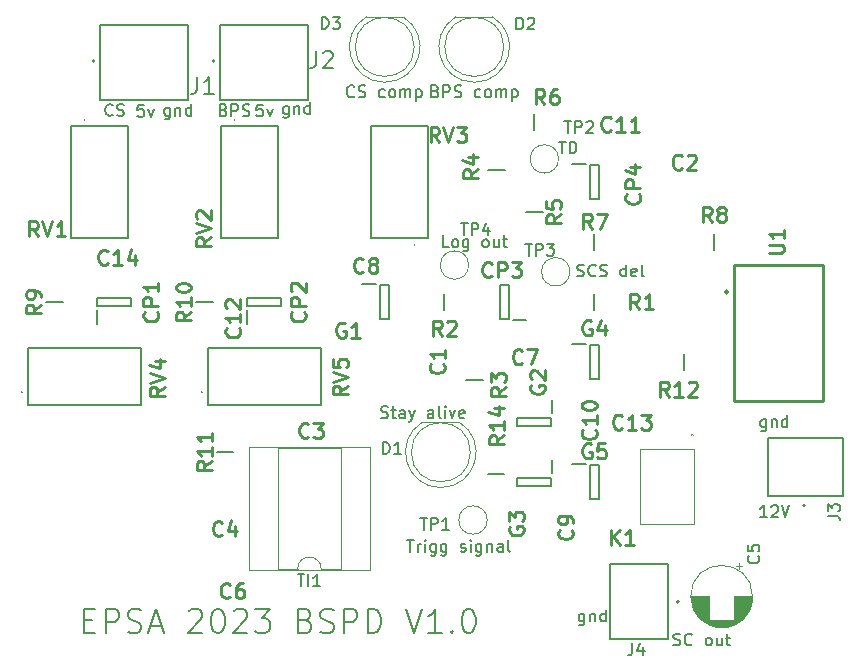
<source format=gbr>
%TF.GenerationSoftware,KiCad,Pcbnew,(6.0.8)*%
%TF.CreationDate,2023-01-11T14:23:46+01:00*%
%TF.ProjectId,BSPD,42535044-2e6b-4696-9361-645f70636258,rev?*%
%TF.SameCoordinates,Original*%
%TF.FileFunction,Legend,Top*%
%TF.FilePolarity,Positive*%
%FSLAX46Y46*%
G04 Gerber Fmt 4.6, Leading zero omitted, Abs format (unit mm)*
G04 Created by KiCad (PCBNEW (6.0.8)) date 2023-01-11 14:23:46*
%MOMM*%
%LPD*%
G01*
G04 APERTURE LIST*
%ADD10C,0.150000*%
%ADD11C,0.200000*%
%ADD12C,0.254000*%
%ADD13C,0.127000*%
%ADD14C,0.100000*%
%ADD15C,0.120000*%
G04 APERTURE END LIST*
D10*
X119237142Y-74732534D02*
X118760952Y-74732534D01*
X118713333Y-75208725D01*
X118760952Y-75161106D01*
X118856190Y-75113487D01*
X119094285Y-75113487D01*
X119189523Y-75161106D01*
X119237142Y-75208725D01*
X119284761Y-75303963D01*
X119284761Y-75542058D01*
X119237142Y-75637296D01*
X119189523Y-75684915D01*
X119094285Y-75732534D01*
X118856190Y-75732534D01*
X118760952Y-75684915D01*
X118713333Y-75637296D01*
X119618095Y-75065868D02*
X119856190Y-75732534D01*
X120094285Y-75065868D01*
X154030419Y-120476664D02*
X154173276Y-120524283D01*
X154411371Y-120524283D01*
X154506609Y-120476664D01*
X154554228Y-120429045D01*
X154601847Y-120333807D01*
X154601847Y-120238569D01*
X154554228Y-120143331D01*
X154506609Y-120095712D01*
X154411371Y-120048093D01*
X154220895Y-120000474D01*
X154125657Y-119952855D01*
X154078038Y-119905236D01*
X154030419Y-119809998D01*
X154030419Y-119714760D01*
X154078038Y-119619522D01*
X154125657Y-119571903D01*
X154220895Y-119524283D01*
X154458990Y-119524283D01*
X154601847Y-119571903D01*
X155601847Y-120429045D02*
X155554228Y-120476664D01*
X155411371Y-120524283D01*
X155316133Y-120524283D01*
X155173276Y-120476664D01*
X155078038Y-120381426D01*
X155030419Y-120286188D01*
X154982800Y-120095712D01*
X154982800Y-119952855D01*
X155030419Y-119762379D01*
X155078038Y-119667141D01*
X155173276Y-119571903D01*
X155316133Y-119524283D01*
X155411371Y-119524283D01*
X155554228Y-119571903D01*
X155601847Y-119619522D01*
X156935181Y-120524283D02*
X156839942Y-120476664D01*
X156792323Y-120429045D01*
X156744704Y-120333807D01*
X156744704Y-120048093D01*
X156792323Y-119952855D01*
X156839942Y-119905236D01*
X156935181Y-119857617D01*
X157078038Y-119857617D01*
X157173276Y-119905236D01*
X157220895Y-119952855D01*
X157268514Y-120048093D01*
X157268514Y-120333807D01*
X157220895Y-120429045D01*
X157173276Y-120476664D01*
X157078038Y-120524283D01*
X156935181Y-120524283D01*
X158125657Y-119857617D02*
X158125657Y-120524283D01*
X157697085Y-119857617D02*
X157697085Y-120381426D01*
X157744704Y-120476664D01*
X157839942Y-120524283D01*
X157982800Y-120524283D01*
X158078038Y-120476664D01*
X158125657Y-120429045D01*
X158458990Y-119857617D02*
X158839942Y-119857617D01*
X158601847Y-119524283D02*
X158601847Y-120381426D01*
X158649466Y-120476664D01*
X158744704Y-120524283D01*
X158839942Y-120524283D01*
X161869523Y-101385714D02*
X161869523Y-102195238D01*
X161821904Y-102290476D01*
X161774285Y-102338095D01*
X161679047Y-102385714D01*
X161536190Y-102385714D01*
X161440952Y-102338095D01*
X161869523Y-102004761D02*
X161774285Y-102052380D01*
X161583809Y-102052380D01*
X161488571Y-102004761D01*
X161440952Y-101957142D01*
X161393333Y-101861904D01*
X161393333Y-101576190D01*
X161440952Y-101480952D01*
X161488571Y-101433333D01*
X161583809Y-101385714D01*
X161774285Y-101385714D01*
X161869523Y-101433333D01*
X162345714Y-101385714D02*
X162345714Y-102052380D01*
X162345714Y-101480952D02*
X162393333Y-101433333D01*
X162488571Y-101385714D01*
X162631428Y-101385714D01*
X162726666Y-101433333D01*
X162774285Y-101528571D01*
X162774285Y-102052380D01*
X163679047Y-102052380D02*
X163679047Y-101052380D01*
X163679047Y-102004761D02*
X163583809Y-102052380D01*
X163393333Y-102052380D01*
X163298095Y-102004761D01*
X163250476Y-101957142D01*
X163202857Y-101861904D01*
X163202857Y-101576190D01*
X163250476Y-101480952D01*
X163298095Y-101433333D01*
X163393333Y-101385714D01*
X163583809Y-101385714D01*
X163679047Y-101433333D01*
X126992380Y-74017142D02*
X126944761Y-74064761D01*
X126801904Y-74112380D01*
X126706666Y-74112380D01*
X126563809Y-74064761D01*
X126468571Y-73969523D01*
X126420952Y-73874285D01*
X126373333Y-73683809D01*
X126373333Y-73540952D01*
X126420952Y-73350476D01*
X126468571Y-73255238D01*
X126563809Y-73160000D01*
X126706666Y-73112380D01*
X126801904Y-73112380D01*
X126944761Y-73160000D01*
X126992380Y-73207619D01*
X127373333Y-74064761D02*
X127516190Y-74112380D01*
X127754285Y-74112380D01*
X127849523Y-74064761D01*
X127897142Y-74017142D01*
X127944761Y-73921904D01*
X127944761Y-73826666D01*
X127897142Y-73731428D01*
X127849523Y-73683809D01*
X127754285Y-73636190D01*
X127563809Y-73588571D01*
X127468571Y-73540952D01*
X127420952Y-73493333D01*
X127373333Y-73398095D01*
X127373333Y-73302857D01*
X127420952Y-73207619D01*
X127468571Y-73160000D01*
X127563809Y-73112380D01*
X127801904Y-73112380D01*
X127944761Y-73160000D01*
X129563809Y-74064761D02*
X129468571Y-74112380D01*
X129278095Y-74112380D01*
X129182857Y-74064761D01*
X129135238Y-74017142D01*
X129087619Y-73921904D01*
X129087619Y-73636190D01*
X129135238Y-73540952D01*
X129182857Y-73493333D01*
X129278095Y-73445714D01*
X129468571Y-73445714D01*
X129563809Y-73493333D01*
X130135238Y-74112380D02*
X130040000Y-74064761D01*
X129992380Y-74017142D01*
X129944761Y-73921904D01*
X129944761Y-73636190D01*
X129992380Y-73540952D01*
X130040000Y-73493333D01*
X130135238Y-73445714D01*
X130278095Y-73445714D01*
X130373333Y-73493333D01*
X130420952Y-73540952D01*
X130468571Y-73636190D01*
X130468571Y-73921904D01*
X130420952Y-74017142D01*
X130373333Y-74064761D01*
X130278095Y-74112380D01*
X130135238Y-74112380D01*
X130897142Y-74112380D02*
X130897142Y-73445714D01*
X130897142Y-73540952D02*
X130944761Y-73493333D01*
X131040000Y-73445714D01*
X131182857Y-73445714D01*
X131278095Y-73493333D01*
X131325714Y-73588571D01*
X131325714Y-74112380D01*
X131325714Y-73588571D02*
X131373333Y-73493333D01*
X131468571Y-73445714D01*
X131611428Y-73445714D01*
X131706666Y-73493333D01*
X131754285Y-73588571D01*
X131754285Y-74112380D01*
X132230476Y-73445714D02*
X132230476Y-74445714D01*
X132230476Y-73493333D02*
X132325714Y-73445714D01*
X132516190Y-73445714D01*
X132611428Y-73493333D01*
X132659047Y-73540952D01*
X132706666Y-73636190D01*
X132706666Y-73921904D01*
X132659047Y-74017142D01*
X132611428Y-74064761D01*
X132516190Y-74112380D01*
X132325714Y-74112380D01*
X132230476Y-74064761D01*
X129267443Y-101224568D02*
X129410301Y-101272187D01*
X129648396Y-101272187D01*
X129743634Y-101224568D01*
X129791253Y-101176949D01*
X129838872Y-101081711D01*
X129838872Y-100986473D01*
X129791253Y-100891235D01*
X129743634Y-100843616D01*
X129648396Y-100795997D01*
X129457920Y-100748378D01*
X129362682Y-100700759D01*
X129315063Y-100653140D01*
X129267443Y-100557902D01*
X129267443Y-100462664D01*
X129315063Y-100367426D01*
X129362682Y-100319807D01*
X129457920Y-100272187D01*
X129696015Y-100272187D01*
X129838872Y-100319807D01*
X130124586Y-100605521D02*
X130505539Y-100605521D01*
X130267443Y-100272187D02*
X130267443Y-101129330D01*
X130315063Y-101224568D01*
X130410301Y-101272187D01*
X130505539Y-101272187D01*
X131267443Y-101272187D02*
X131267443Y-100748378D01*
X131219824Y-100653140D01*
X131124586Y-100605521D01*
X130934110Y-100605521D01*
X130838872Y-100653140D01*
X131267443Y-101224568D02*
X131172205Y-101272187D01*
X130934110Y-101272187D01*
X130838872Y-101224568D01*
X130791253Y-101129330D01*
X130791253Y-101034092D01*
X130838872Y-100938854D01*
X130934110Y-100891235D01*
X131172205Y-100891235D01*
X131267443Y-100843616D01*
X131648396Y-100605521D02*
X131886491Y-101272187D01*
X132124586Y-100605521D02*
X131886491Y-101272187D01*
X131791253Y-101510283D01*
X131743634Y-101557902D01*
X131648396Y-101605521D01*
X133696015Y-101272187D02*
X133696015Y-100748378D01*
X133648396Y-100653140D01*
X133553158Y-100605521D01*
X133362682Y-100605521D01*
X133267443Y-100653140D01*
X133696015Y-101224568D02*
X133600777Y-101272187D01*
X133362682Y-101272187D01*
X133267443Y-101224568D01*
X133219824Y-101129330D01*
X133219824Y-101034092D01*
X133267443Y-100938854D01*
X133362682Y-100891235D01*
X133600777Y-100891235D01*
X133696015Y-100843616D01*
X134315063Y-101272187D02*
X134219824Y-101224568D01*
X134172205Y-101129330D01*
X134172205Y-100272187D01*
X134696015Y-101272187D02*
X134696015Y-100605521D01*
X134696015Y-100272187D02*
X134648396Y-100319807D01*
X134696015Y-100367426D01*
X134743634Y-100319807D01*
X134696015Y-100272187D01*
X134696015Y-100367426D01*
X135076967Y-100605521D02*
X135315063Y-101272187D01*
X135553158Y-100605521D01*
X136315063Y-101224568D02*
X136219824Y-101272187D01*
X136029348Y-101272187D01*
X135934110Y-101224568D01*
X135886491Y-101129330D01*
X135886491Y-100748378D01*
X135934110Y-100653140D01*
X136029348Y-100605521D01*
X136219824Y-100605521D01*
X136315063Y-100653140D01*
X136362682Y-100748378D01*
X136362682Y-100843616D01*
X135886491Y-100938854D01*
X106538617Y-75606163D02*
X106490998Y-75653782D01*
X106348141Y-75701401D01*
X106252903Y-75701401D01*
X106110045Y-75653782D01*
X106014807Y-75558544D01*
X105967188Y-75463306D01*
X105919569Y-75272830D01*
X105919569Y-75129973D01*
X105967188Y-74939497D01*
X106014807Y-74844259D01*
X106110045Y-74749021D01*
X106252903Y-74701401D01*
X106348141Y-74701401D01*
X106490998Y-74749021D01*
X106538617Y-74796640D01*
X106919569Y-75653782D02*
X107062426Y-75701401D01*
X107300522Y-75701401D01*
X107395760Y-75653782D01*
X107443379Y-75606163D01*
X107490998Y-75510925D01*
X107490998Y-75415687D01*
X107443379Y-75320449D01*
X107395760Y-75272830D01*
X107300522Y-75225211D01*
X107110045Y-75177592D01*
X107014807Y-75129973D01*
X106967188Y-75082354D01*
X106919569Y-74987116D01*
X106919569Y-74891878D01*
X106967188Y-74796640D01*
X107014807Y-74749021D01*
X107110045Y-74701401D01*
X107348141Y-74701401D01*
X107490998Y-74749021D01*
X115935238Y-75186649D02*
X116078095Y-75234268D01*
X116125714Y-75281887D01*
X116173333Y-75377125D01*
X116173333Y-75519982D01*
X116125714Y-75615220D01*
X116078095Y-75662839D01*
X115982857Y-75710458D01*
X115601904Y-75710458D01*
X115601904Y-74710458D01*
X115935238Y-74710458D01*
X116030476Y-74758078D01*
X116078095Y-74805697D01*
X116125714Y-74900935D01*
X116125714Y-74996173D01*
X116078095Y-75091411D01*
X116030476Y-75139030D01*
X115935238Y-75186649D01*
X115601904Y-75186649D01*
X116601904Y-75710458D02*
X116601904Y-74710458D01*
X116982857Y-74710458D01*
X117078095Y-74758078D01*
X117125714Y-74805697D01*
X117173333Y-74900935D01*
X117173333Y-75043792D01*
X117125714Y-75139030D01*
X117078095Y-75186649D01*
X116982857Y-75234268D01*
X116601904Y-75234268D01*
X117554285Y-75662839D02*
X117697142Y-75710458D01*
X117935238Y-75710458D01*
X118030476Y-75662839D01*
X118078095Y-75615220D01*
X118125714Y-75519982D01*
X118125714Y-75424744D01*
X118078095Y-75329506D01*
X118030476Y-75281887D01*
X117935238Y-75234268D01*
X117744761Y-75186649D01*
X117649523Y-75139030D01*
X117601904Y-75091411D01*
X117554285Y-74996173D01*
X117554285Y-74900935D01*
X117601904Y-74805697D01*
X117649523Y-74758078D01*
X117744761Y-74710458D01*
X117982857Y-74710458D01*
X118125714Y-74758078D01*
X144321104Y-77865278D02*
X144892533Y-77865278D01*
X144606819Y-78865278D02*
X144606819Y-77865278D01*
X145225866Y-78865278D02*
X145225866Y-77865278D01*
X145463961Y-77865278D01*
X145606819Y-77912898D01*
X145702057Y-78008136D01*
X145749676Y-78103374D01*
X145797295Y-78293850D01*
X145797295Y-78436707D01*
X145749676Y-78627183D01*
X145702057Y-78722421D01*
X145606819Y-78817659D01*
X145463961Y-78865278D01*
X145225866Y-78865278D01*
X109157711Y-74750648D02*
X108681521Y-74750648D01*
X108633902Y-75226839D01*
X108681521Y-75179220D01*
X108776759Y-75131601D01*
X109014854Y-75131601D01*
X109110092Y-75179220D01*
X109157711Y-75226839D01*
X109205330Y-75322077D01*
X109205330Y-75560172D01*
X109157711Y-75655410D01*
X109110092Y-75703029D01*
X109014854Y-75750648D01*
X108776759Y-75750648D01*
X108681521Y-75703029D01*
X108633902Y-75655410D01*
X109538664Y-75083982D02*
X109776759Y-75750648D01*
X110014854Y-75083982D01*
X131475762Y-111581177D02*
X132047191Y-111581177D01*
X131761476Y-112581177D02*
X131761476Y-111581177D01*
X132380524Y-112581177D02*
X132380524Y-111914511D01*
X132380524Y-112104987D02*
X132428143Y-112009749D01*
X132475762Y-111962130D01*
X132571000Y-111914511D01*
X132666238Y-111914511D01*
X132999572Y-112581177D02*
X132999572Y-111914511D01*
X132999572Y-111581177D02*
X132951953Y-111628797D01*
X132999572Y-111676416D01*
X133047191Y-111628797D01*
X132999572Y-111581177D01*
X132999572Y-111676416D01*
X133904334Y-111914511D02*
X133904334Y-112724035D01*
X133856715Y-112819273D01*
X133809095Y-112866892D01*
X133713857Y-112914511D01*
X133571000Y-112914511D01*
X133475762Y-112866892D01*
X133904334Y-112533558D02*
X133809095Y-112581177D01*
X133618619Y-112581177D01*
X133523381Y-112533558D01*
X133475762Y-112485939D01*
X133428143Y-112390701D01*
X133428143Y-112104987D01*
X133475762Y-112009749D01*
X133523381Y-111962130D01*
X133618619Y-111914511D01*
X133809095Y-111914511D01*
X133904334Y-111962130D01*
X134809095Y-111914511D02*
X134809095Y-112724035D01*
X134761476Y-112819273D01*
X134713857Y-112866892D01*
X134618619Y-112914511D01*
X134475762Y-112914511D01*
X134380524Y-112866892D01*
X134809095Y-112533558D02*
X134713857Y-112581177D01*
X134523381Y-112581177D01*
X134428143Y-112533558D01*
X134380524Y-112485939D01*
X134332905Y-112390701D01*
X134332905Y-112104987D01*
X134380524Y-112009749D01*
X134428143Y-111962130D01*
X134523381Y-111914511D01*
X134713857Y-111914511D01*
X134809095Y-111962130D01*
X135999572Y-112533558D02*
X136094810Y-112581177D01*
X136285286Y-112581177D01*
X136380524Y-112533558D01*
X136428143Y-112438320D01*
X136428143Y-112390701D01*
X136380524Y-112295463D01*
X136285286Y-112247844D01*
X136142429Y-112247844D01*
X136047191Y-112200225D01*
X135999572Y-112104987D01*
X135999572Y-112057368D01*
X136047191Y-111962130D01*
X136142429Y-111914511D01*
X136285286Y-111914511D01*
X136380524Y-111962130D01*
X136856715Y-112581177D02*
X136856715Y-111914511D01*
X136856715Y-111581177D02*
X136809095Y-111628797D01*
X136856715Y-111676416D01*
X136904334Y-111628797D01*
X136856715Y-111581177D01*
X136856715Y-111676416D01*
X137761476Y-111914511D02*
X137761476Y-112724035D01*
X137713857Y-112819273D01*
X137666238Y-112866892D01*
X137571000Y-112914511D01*
X137428143Y-112914511D01*
X137332905Y-112866892D01*
X137761476Y-112533558D02*
X137666238Y-112581177D01*
X137475762Y-112581177D01*
X137380524Y-112533558D01*
X137332905Y-112485939D01*
X137285286Y-112390701D01*
X137285286Y-112104987D01*
X137332905Y-112009749D01*
X137380524Y-111962130D01*
X137475762Y-111914511D01*
X137666238Y-111914511D01*
X137761476Y-111962130D01*
X138237667Y-111914511D02*
X138237667Y-112581177D01*
X138237667Y-112009749D02*
X138285286Y-111962130D01*
X138380524Y-111914511D01*
X138523381Y-111914511D01*
X138618619Y-111962130D01*
X138666238Y-112057368D01*
X138666238Y-112581177D01*
X139571000Y-112581177D02*
X139571000Y-112057368D01*
X139523381Y-111962130D01*
X139428143Y-111914511D01*
X139237667Y-111914511D01*
X139142429Y-111962130D01*
X139571000Y-112533558D02*
X139475762Y-112581177D01*
X139237667Y-112581177D01*
X139142429Y-112533558D01*
X139094810Y-112438320D01*
X139094810Y-112343082D01*
X139142429Y-112247844D01*
X139237667Y-112200225D01*
X139475762Y-112200225D01*
X139571000Y-112152606D01*
X140190048Y-112581177D02*
X140094810Y-112533558D01*
X140047191Y-112438320D01*
X140047191Y-111581177D01*
X133874285Y-73588571D02*
X134017142Y-73636190D01*
X134064761Y-73683809D01*
X134112380Y-73779047D01*
X134112380Y-73921904D01*
X134064761Y-74017142D01*
X134017142Y-74064761D01*
X133921904Y-74112380D01*
X133540952Y-74112380D01*
X133540952Y-73112380D01*
X133874285Y-73112380D01*
X133969523Y-73160000D01*
X134017142Y-73207619D01*
X134064761Y-73302857D01*
X134064761Y-73398095D01*
X134017142Y-73493333D01*
X133969523Y-73540952D01*
X133874285Y-73588571D01*
X133540952Y-73588571D01*
X134540952Y-74112380D02*
X134540952Y-73112380D01*
X134921904Y-73112380D01*
X135017142Y-73160000D01*
X135064761Y-73207619D01*
X135112380Y-73302857D01*
X135112380Y-73445714D01*
X135064761Y-73540952D01*
X135017142Y-73588571D01*
X134921904Y-73636190D01*
X134540952Y-73636190D01*
X135493333Y-74064761D02*
X135636190Y-74112380D01*
X135874285Y-74112380D01*
X135969523Y-74064761D01*
X136017142Y-74017142D01*
X136064761Y-73921904D01*
X136064761Y-73826666D01*
X136017142Y-73731428D01*
X135969523Y-73683809D01*
X135874285Y-73636190D01*
X135683809Y-73588571D01*
X135588571Y-73540952D01*
X135540952Y-73493333D01*
X135493333Y-73398095D01*
X135493333Y-73302857D01*
X135540952Y-73207619D01*
X135588571Y-73160000D01*
X135683809Y-73112380D01*
X135921904Y-73112380D01*
X136064761Y-73160000D01*
X137683809Y-74064761D02*
X137588571Y-74112380D01*
X137398095Y-74112380D01*
X137302857Y-74064761D01*
X137255238Y-74017142D01*
X137207619Y-73921904D01*
X137207619Y-73636190D01*
X137255238Y-73540952D01*
X137302857Y-73493333D01*
X137398095Y-73445714D01*
X137588571Y-73445714D01*
X137683809Y-73493333D01*
X138255238Y-74112380D02*
X138160000Y-74064761D01*
X138112380Y-74017142D01*
X138064761Y-73921904D01*
X138064761Y-73636190D01*
X138112380Y-73540952D01*
X138160000Y-73493333D01*
X138255238Y-73445714D01*
X138398095Y-73445714D01*
X138493333Y-73493333D01*
X138540952Y-73540952D01*
X138588571Y-73636190D01*
X138588571Y-73921904D01*
X138540952Y-74017142D01*
X138493333Y-74064761D01*
X138398095Y-74112380D01*
X138255238Y-74112380D01*
X139017142Y-74112380D02*
X139017142Y-73445714D01*
X139017142Y-73540952D02*
X139064761Y-73493333D01*
X139160000Y-73445714D01*
X139302857Y-73445714D01*
X139398095Y-73493333D01*
X139445714Y-73588571D01*
X139445714Y-74112380D01*
X139445714Y-73588571D02*
X139493333Y-73493333D01*
X139588571Y-73445714D01*
X139731428Y-73445714D01*
X139826666Y-73493333D01*
X139874285Y-73588571D01*
X139874285Y-74112380D01*
X140350476Y-73445714D02*
X140350476Y-74445714D01*
X140350476Y-73493333D02*
X140445714Y-73445714D01*
X140636190Y-73445714D01*
X140731428Y-73493333D01*
X140779047Y-73540952D01*
X140826666Y-73636190D01*
X140826666Y-73921904D01*
X140779047Y-74017142D01*
X140731428Y-74064761D01*
X140636190Y-74112380D01*
X140445714Y-74112380D01*
X140350476Y-74064761D01*
X145872681Y-89236505D02*
X146015538Y-89284124D01*
X146253634Y-89284124D01*
X146348872Y-89236505D01*
X146396491Y-89188886D01*
X146444110Y-89093648D01*
X146444110Y-88998410D01*
X146396491Y-88903172D01*
X146348872Y-88855553D01*
X146253634Y-88807934D01*
X146063157Y-88760315D01*
X145967919Y-88712696D01*
X145920300Y-88665077D01*
X145872681Y-88569839D01*
X145872681Y-88474601D01*
X145920300Y-88379363D01*
X145967919Y-88331744D01*
X146063157Y-88284124D01*
X146301253Y-88284124D01*
X146444110Y-88331744D01*
X147444110Y-89188886D02*
X147396491Y-89236505D01*
X147253634Y-89284124D01*
X147158396Y-89284124D01*
X147015538Y-89236505D01*
X146920300Y-89141267D01*
X146872681Y-89046029D01*
X146825062Y-88855553D01*
X146825062Y-88712696D01*
X146872681Y-88522220D01*
X146920300Y-88426982D01*
X147015538Y-88331744D01*
X147158396Y-88284124D01*
X147253634Y-88284124D01*
X147396491Y-88331744D01*
X147444110Y-88379363D01*
X147825062Y-89236505D02*
X147967919Y-89284124D01*
X148206015Y-89284124D01*
X148301253Y-89236505D01*
X148348872Y-89188886D01*
X148396491Y-89093648D01*
X148396491Y-88998410D01*
X148348872Y-88903172D01*
X148301253Y-88855553D01*
X148206015Y-88807934D01*
X148015538Y-88760315D01*
X147920300Y-88712696D01*
X147872681Y-88665077D01*
X147825062Y-88569839D01*
X147825062Y-88474601D01*
X147872681Y-88379363D01*
X147920300Y-88331744D01*
X148015538Y-88284124D01*
X148253634Y-88284124D01*
X148396491Y-88331744D01*
X150015538Y-89284124D02*
X150015538Y-88284124D01*
X150015538Y-89236505D02*
X149920300Y-89284124D01*
X149729824Y-89284124D01*
X149634586Y-89236505D01*
X149586967Y-89188886D01*
X149539348Y-89093648D01*
X149539348Y-88807934D01*
X149586967Y-88712696D01*
X149634586Y-88665077D01*
X149729824Y-88617458D01*
X149920300Y-88617458D01*
X150015538Y-88665077D01*
X150872681Y-89236505D02*
X150777443Y-89284124D01*
X150586967Y-89284124D01*
X150491729Y-89236505D01*
X150444110Y-89141267D01*
X150444110Y-88760315D01*
X150491729Y-88665077D01*
X150586967Y-88617458D01*
X150777443Y-88617458D01*
X150872681Y-88665077D01*
X150920300Y-88760315D01*
X150920300Y-88855553D01*
X150444110Y-88950791D01*
X151491729Y-89284124D02*
X151396491Y-89236505D01*
X151348872Y-89141267D01*
X151348872Y-88284124D01*
X146492725Y-117821230D02*
X146492725Y-118630754D01*
X146445106Y-118725992D01*
X146397487Y-118773611D01*
X146302249Y-118821230D01*
X146159392Y-118821230D01*
X146064154Y-118773611D01*
X146492725Y-118440277D02*
X146397487Y-118487896D01*
X146207011Y-118487896D01*
X146111773Y-118440277D01*
X146064154Y-118392658D01*
X146016535Y-118297420D01*
X146016535Y-118011706D01*
X146064154Y-117916468D01*
X146111773Y-117868849D01*
X146207011Y-117821230D01*
X146397487Y-117821230D01*
X146492725Y-117868849D01*
X146968916Y-117821230D02*
X146968916Y-118487896D01*
X146968916Y-117916468D02*
X147016535Y-117868849D01*
X147111773Y-117821230D01*
X147254630Y-117821230D01*
X147349868Y-117868849D01*
X147397487Y-117964087D01*
X147397487Y-118487896D01*
X148302249Y-118487896D02*
X148302249Y-117487896D01*
X148302249Y-118440277D02*
X148207011Y-118487896D01*
X148016535Y-118487896D01*
X147921297Y-118440277D01*
X147873678Y-118392658D01*
X147826059Y-118297420D01*
X147826059Y-118011706D01*
X147873678Y-117916468D01*
X147921297Y-117868849D01*
X148016535Y-117821230D01*
X148207011Y-117821230D01*
X148302249Y-117868849D01*
X111381515Y-74993412D02*
X111381515Y-75802936D01*
X111333896Y-75898174D01*
X111286277Y-75945793D01*
X111191039Y-75993412D01*
X111048182Y-75993412D01*
X110952944Y-75945793D01*
X111381515Y-75612459D02*
X111286277Y-75660078D01*
X111095801Y-75660078D01*
X111000563Y-75612459D01*
X110952944Y-75564840D01*
X110905325Y-75469602D01*
X110905325Y-75183888D01*
X110952944Y-75088650D01*
X111000563Y-75041031D01*
X111095801Y-74993412D01*
X111286277Y-74993412D01*
X111381515Y-75041031D01*
X111857706Y-74993412D02*
X111857706Y-75660078D01*
X111857706Y-75088650D02*
X111905325Y-75041031D01*
X112000563Y-74993412D01*
X112143420Y-74993412D01*
X112238658Y-75041031D01*
X112286277Y-75136269D01*
X112286277Y-75660078D01*
X113191039Y-75660078D02*
X113191039Y-74660078D01*
X113191039Y-75612459D02*
X113095801Y-75660078D01*
X112905325Y-75660078D01*
X112810087Y-75612459D01*
X112762468Y-75564840D01*
X112714849Y-75469602D01*
X112714849Y-75183888D01*
X112762468Y-75088650D01*
X112810087Y-75041031D01*
X112905325Y-74993412D01*
X113095801Y-74993412D01*
X113191039Y-75041031D01*
D11*
X104130803Y-118410056D02*
X104797470Y-118410056D01*
X105083184Y-119457675D02*
X104130803Y-119457675D01*
X104130803Y-117457675D01*
X105083184Y-117457675D01*
X105940327Y-119457675D02*
X105940327Y-117457675D01*
X106702232Y-117457675D01*
X106892708Y-117552914D01*
X106987946Y-117648152D01*
X107083184Y-117838628D01*
X107083184Y-118124342D01*
X106987946Y-118314818D01*
X106892708Y-118410056D01*
X106702232Y-118505294D01*
X105940327Y-118505294D01*
X107845089Y-119362437D02*
X108130803Y-119457675D01*
X108606993Y-119457675D01*
X108797470Y-119362437D01*
X108892708Y-119267199D01*
X108987946Y-119076723D01*
X108987946Y-118886247D01*
X108892708Y-118695771D01*
X108797470Y-118600533D01*
X108606993Y-118505294D01*
X108226041Y-118410056D01*
X108035565Y-118314818D01*
X107940327Y-118219580D01*
X107845089Y-118029104D01*
X107845089Y-117838628D01*
X107940327Y-117648152D01*
X108035565Y-117552914D01*
X108226041Y-117457675D01*
X108702232Y-117457675D01*
X108987946Y-117552914D01*
X109749851Y-118886247D02*
X110702232Y-118886247D01*
X109559374Y-119457675D02*
X110226041Y-117457675D01*
X110892708Y-119457675D01*
X112987946Y-117648152D02*
X113083184Y-117552914D01*
X113273660Y-117457675D01*
X113749851Y-117457675D01*
X113940327Y-117552914D01*
X114035565Y-117648152D01*
X114130803Y-117838628D01*
X114130803Y-118029104D01*
X114035565Y-118314818D01*
X112892708Y-119457675D01*
X114130803Y-119457675D01*
X115368898Y-117457675D02*
X115559374Y-117457675D01*
X115749851Y-117552914D01*
X115845089Y-117648152D01*
X115940327Y-117838628D01*
X116035565Y-118219580D01*
X116035565Y-118695771D01*
X115940327Y-119076723D01*
X115845089Y-119267199D01*
X115749851Y-119362437D01*
X115559374Y-119457675D01*
X115368898Y-119457675D01*
X115178422Y-119362437D01*
X115083184Y-119267199D01*
X114987946Y-119076723D01*
X114892708Y-118695771D01*
X114892708Y-118219580D01*
X114987946Y-117838628D01*
X115083184Y-117648152D01*
X115178422Y-117552914D01*
X115368898Y-117457675D01*
X116797470Y-117648152D02*
X116892708Y-117552914D01*
X117083184Y-117457675D01*
X117559374Y-117457675D01*
X117749851Y-117552914D01*
X117845089Y-117648152D01*
X117940327Y-117838628D01*
X117940327Y-118029104D01*
X117845089Y-118314818D01*
X116702232Y-119457675D01*
X117940327Y-119457675D01*
X118606993Y-117457675D02*
X119845089Y-117457675D01*
X119178422Y-118219580D01*
X119464136Y-118219580D01*
X119654613Y-118314818D01*
X119749851Y-118410056D01*
X119845089Y-118600533D01*
X119845089Y-119076723D01*
X119749851Y-119267199D01*
X119654613Y-119362437D01*
X119464136Y-119457675D01*
X118892708Y-119457675D01*
X118702232Y-119362437D01*
X118606993Y-119267199D01*
X122892708Y-118410056D02*
X123178422Y-118505294D01*
X123273660Y-118600533D01*
X123368898Y-118791009D01*
X123368898Y-119076723D01*
X123273660Y-119267199D01*
X123178422Y-119362437D01*
X122987946Y-119457675D01*
X122226041Y-119457675D01*
X122226041Y-117457675D01*
X122892708Y-117457675D01*
X123083184Y-117552914D01*
X123178422Y-117648152D01*
X123273660Y-117838628D01*
X123273660Y-118029104D01*
X123178422Y-118219580D01*
X123083184Y-118314818D01*
X122892708Y-118410056D01*
X122226041Y-118410056D01*
X124130803Y-119362437D02*
X124416517Y-119457675D01*
X124892708Y-119457675D01*
X125083184Y-119362437D01*
X125178422Y-119267199D01*
X125273660Y-119076723D01*
X125273660Y-118886247D01*
X125178422Y-118695771D01*
X125083184Y-118600533D01*
X124892708Y-118505294D01*
X124511755Y-118410056D01*
X124321279Y-118314818D01*
X124226041Y-118219580D01*
X124130803Y-118029104D01*
X124130803Y-117838628D01*
X124226041Y-117648152D01*
X124321279Y-117552914D01*
X124511755Y-117457675D01*
X124987946Y-117457675D01*
X125273660Y-117552914D01*
X126130803Y-119457675D02*
X126130803Y-117457675D01*
X126892708Y-117457675D01*
X127083184Y-117552914D01*
X127178422Y-117648152D01*
X127273660Y-117838628D01*
X127273660Y-118124342D01*
X127178422Y-118314818D01*
X127083184Y-118410056D01*
X126892708Y-118505294D01*
X126130803Y-118505294D01*
X128130803Y-119457675D02*
X128130803Y-117457675D01*
X128606993Y-117457675D01*
X128892708Y-117552914D01*
X129083184Y-117743390D01*
X129178422Y-117933866D01*
X129273660Y-118314818D01*
X129273660Y-118600533D01*
X129178422Y-118981485D01*
X129083184Y-119171961D01*
X128892708Y-119362437D01*
X128606993Y-119457675D01*
X128130803Y-119457675D01*
X131368898Y-117457675D02*
X132035565Y-119457675D01*
X132702232Y-117457675D01*
X134416517Y-119457675D02*
X133273660Y-119457675D01*
X133845089Y-119457675D02*
X133845089Y-117457675D01*
X133654613Y-117743390D01*
X133464136Y-117933866D01*
X133273660Y-118029104D01*
X135273660Y-119267199D02*
X135368898Y-119362437D01*
X135273660Y-119457675D01*
X135178422Y-119362437D01*
X135273660Y-119267199D01*
X135273660Y-119457675D01*
X136606993Y-117457675D02*
X136797470Y-117457675D01*
X136987946Y-117552914D01*
X137083184Y-117648152D01*
X137178422Y-117838628D01*
X137273660Y-118219580D01*
X137273660Y-118695771D01*
X137178422Y-119076723D01*
X137083184Y-119267199D01*
X136987946Y-119362437D01*
X136797470Y-119457675D01*
X136606993Y-119457675D01*
X136416517Y-119362437D01*
X136321279Y-119267199D01*
X136226041Y-119076723D01*
X136130803Y-118695771D01*
X136130803Y-118219580D01*
X136226041Y-117838628D01*
X136321279Y-117648152D01*
X136416517Y-117552914D01*
X136606993Y-117457675D01*
D10*
X121434718Y-74848501D02*
X121434718Y-75658025D01*
X121387099Y-75753263D01*
X121339480Y-75800882D01*
X121244242Y-75848501D01*
X121101385Y-75848501D01*
X121006147Y-75800882D01*
X121434718Y-75467548D02*
X121339480Y-75515167D01*
X121149004Y-75515167D01*
X121053766Y-75467548D01*
X121006147Y-75419929D01*
X120958528Y-75324691D01*
X120958528Y-75038977D01*
X121006147Y-74943739D01*
X121053766Y-74896120D01*
X121149004Y-74848501D01*
X121339480Y-74848501D01*
X121434718Y-74896120D01*
X121910909Y-74848501D02*
X121910909Y-75515167D01*
X121910909Y-74943739D02*
X121958528Y-74896120D01*
X122053766Y-74848501D01*
X122196623Y-74848501D01*
X122291861Y-74896120D01*
X122339480Y-74991358D01*
X122339480Y-75515167D01*
X123244242Y-75515167D02*
X123244242Y-74515167D01*
X123244242Y-75467548D02*
X123149004Y-75515167D01*
X122958528Y-75515167D01*
X122863290Y-75467548D01*
X122815671Y-75419929D01*
X122768052Y-75324691D01*
X122768052Y-75038977D01*
X122815671Y-74943739D01*
X122863290Y-74896120D01*
X122958528Y-74848501D01*
X123149004Y-74848501D01*
X123244242Y-74896120D01*
X134993333Y-86812380D02*
X134517142Y-86812380D01*
X134517142Y-85812380D01*
X135469523Y-86812380D02*
X135374285Y-86764761D01*
X135326666Y-86717142D01*
X135279047Y-86621904D01*
X135279047Y-86336190D01*
X135326666Y-86240952D01*
X135374285Y-86193333D01*
X135469523Y-86145714D01*
X135612380Y-86145714D01*
X135707619Y-86193333D01*
X135755238Y-86240952D01*
X135802857Y-86336190D01*
X135802857Y-86621904D01*
X135755238Y-86717142D01*
X135707619Y-86764761D01*
X135612380Y-86812380D01*
X135469523Y-86812380D01*
X136660000Y-86145714D02*
X136660000Y-86955238D01*
X136612380Y-87050476D01*
X136564761Y-87098095D01*
X136469523Y-87145714D01*
X136326666Y-87145714D01*
X136231428Y-87098095D01*
X136660000Y-86764761D02*
X136564761Y-86812380D01*
X136374285Y-86812380D01*
X136279047Y-86764761D01*
X136231428Y-86717142D01*
X136183809Y-86621904D01*
X136183809Y-86336190D01*
X136231428Y-86240952D01*
X136279047Y-86193333D01*
X136374285Y-86145714D01*
X136564761Y-86145714D01*
X136660000Y-86193333D01*
X138040952Y-86812380D02*
X137945714Y-86764761D01*
X137898095Y-86717142D01*
X137850476Y-86621904D01*
X137850476Y-86336190D01*
X137898095Y-86240952D01*
X137945714Y-86193333D01*
X138040952Y-86145714D01*
X138183809Y-86145714D01*
X138279047Y-86193333D01*
X138326666Y-86240952D01*
X138374285Y-86336190D01*
X138374285Y-86621904D01*
X138326666Y-86717142D01*
X138279047Y-86764761D01*
X138183809Y-86812380D01*
X138040952Y-86812380D01*
X139231428Y-86145714D02*
X139231428Y-86812380D01*
X138802857Y-86145714D02*
X138802857Y-86669523D01*
X138850476Y-86764761D01*
X138945714Y-86812380D01*
X139088571Y-86812380D01*
X139183809Y-86764761D01*
X139231428Y-86717142D01*
X139564761Y-86145714D02*
X139945714Y-86145714D01*
X139707619Y-85812380D02*
X139707619Y-86669523D01*
X139755238Y-86764761D01*
X139850476Y-86812380D01*
X139945714Y-86812380D01*
X161940952Y-109672380D02*
X161369523Y-109672380D01*
X161655238Y-109672380D02*
X161655238Y-108672380D01*
X161560000Y-108815238D01*
X161464761Y-108910476D01*
X161369523Y-108958095D01*
X162321904Y-108767619D02*
X162369523Y-108720000D01*
X162464761Y-108672380D01*
X162702857Y-108672380D01*
X162798095Y-108720000D01*
X162845714Y-108767619D01*
X162893333Y-108862857D01*
X162893333Y-108958095D01*
X162845714Y-109100952D01*
X162274285Y-109672380D01*
X162893333Y-109672380D01*
X163179047Y-108672380D02*
X163512380Y-109672380D01*
X163845714Y-108672380D01*
D12*
%TO.C,G2*%
X141955201Y-98498998D02*
X141894724Y-98619951D01*
X141894724Y-98801379D01*
X141955201Y-98982808D01*
X142076153Y-99103760D01*
X142197105Y-99164236D01*
X142439010Y-99224713D01*
X142620439Y-99224713D01*
X142862343Y-99164236D01*
X142983296Y-99103760D01*
X143104248Y-98982808D01*
X143164724Y-98801379D01*
X143164724Y-98680427D01*
X143104248Y-98498998D01*
X143043772Y-98438522D01*
X142620439Y-98438522D01*
X142620439Y-98680427D01*
X142015677Y-97954713D02*
X141955201Y-97894236D01*
X141894724Y-97773284D01*
X141894724Y-97470903D01*
X141955201Y-97349951D01*
X142015677Y-97289475D01*
X142136629Y-97228998D01*
X142257581Y-97228998D01*
X142439010Y-97289475D01*
X143164724Y-98015189D01*
X143164724Y-97228998D01*
%TO.C,C7*%
X141217265Y-96597236D02*
X141156789Y-96657712D01*
X140975360Y-96718188D01*
X140854408Y-96718188D01*
X140672979Y-96657712D01*
X140552027Y-96536760D01*
X140491551Y-96415807D01*
X140431074Y-96173903D01*
X140431074Y-95992474D01*
X140491551Y-95750569D01*
X140552027Y-95629617D01*
X140672979Y-95508665D01*
X140854408Y-95448188D01*
X140975360Y-95448188D01*
X141156789Y-95508665D01*
X141217265Y-95569141D01*
X141640598Y-95448188D02*
X142487265Y-95448188D01*
X141942979Y-96718188D01*
%TO.C,G4*%
X147047857Y-93063961D02*
X146926904Y-93003484D01*
X146745476Y-93003484D01*
X146564047Y-93063961D01*
X146443095Y-93184913D01*
X146382619Y-93305865D01*
X146322142Y-93547770D01*
X146322142Y-93729199D01*
X146382619Y-93971103D01*
X146443095Y-94092056D01*
X146564047Y-94213008D01*
X146745476Y-94273484D01*
X146866428Y-94273484D01*
X147047857Y-94213008D01*
X147108333Y-94152532D01*
X147108333Y-93729199D01*
X146866428Y-93729199D01*
X148196904Y-93426818D02*
X148196904Y-94273484D01*
X147894523Y-92943008D02*
X147592142Y-93850151D01*
X148378333Y-93850151D01*
D10*
%TO.C,J4*%
X150533872Y-120341775D02*
X150533872Y-121056061D01*
X150486253Y-121198918D01*
X150391015Y-121294156D01*
X150248158Y-121341775D01*
X150152920Y-121341775D01*
X151438634Y-120675109D02*
X151438634Y-121341775D01*
X151200539Y-120294156D02*
X150962444Y-121008442D01*
X151581491Y-121008442D01*
D12*
%TO.C,U1*%
X162109895Y-87314331D02*
X163137991Y-87314331D01*
X163258943Y-87253854D01*
X163319419Y-87193378D01*
X163379895Y-87072426D01*
X163379895Y-86830521D01*
X163319419Y-86709569D01*
X163258943Y-86649092D01*
X163137991Y-86588616D01*
X162109895Y-86588616D01*
X163379895Y-85318616D02*
X163379895Y-86044331D01*
X163379895Y-85681473D02*
X162109895Y-85681473D01*
X162291324Y-85802426D01*
X162412276Y-85923378D01*
X162472752Y-86044331D01*
%TO.C,RV5*%
X126433348Y-98540952D02*
X125828586Y-98964285D01*
X126433348Y-99266666D02*
X125163348Y-99266666D01*
X125163348Y-98782857D01*
X125223825Y-98661904D01*
X125284301Y-98601428D01*
X125405253Y-98540952D01*
X125586682Y-98540952D01*
X125707634Y-98601428D01*
X125768110Y-98661904D01*
X125828586Y-98782857D01*
X125828586Y-99266666D01*
X125163348Y-98178095D02*
X126433348Y-97754761D01*
X125163348Y-97331428D01*
X125163348Y-96303333D02*
X125163348Y-96908095D01*
X125768110Y-96968571D01*
X125707634Y-96908095D01*
X125647158Y-96787142D01*
X125647158Y-96484761D01*
X125707634Y-96363809D01*
X125768110Y-96303333D01*
X125889063Y-96242857D01*
X126191444Y-96242857D01*
X126312396Y-96303333D01*
X126372872Y-96363809D01*
X126433348Y-96484761D01*
X126433348Y-96787142D01*
X126372872Y-96908095D01*
X126312396Y-96968571D01*
%TO.C,R2*%
X134408333Y-94286587D02*
X133985000Y-93681825D01*
X133682619Y-94286587D02*
X133682619Y-93016587D01*
X134166428Y-93016587D01*
X134287380Y-93077064D01*
X134347857Y-93137540D01*
X134408333Y-93258492D01*
X134408333Y-93439921D01*
X134347857Y-93560873D01*
X134287380Y-93621349D01*
X134166428Y-93681825D01*
X133682619Y-93681825D01*
X134892142Y-93137540D02*
X134952619Y-93077064D01*
X135073571Y-93016587D01*
X135375952Y-93016587D01*
X135496904Y-93077064D01*
X135557380Y-93137540D01*
X135617857Y-93258492D01*
X135617857Y-93379444D01*
X135557380Y-93560873D01*
X134831666Y-94286587D01*
X135617857Y-94286587D01*
%TO.C,G5*%
X147039743Y-103484905D02*
X146918790Y-103424428D01*
X146737362Y-103424428D01*
X146555933Y-103484905D01*
X146434981Y-103605857D01*
X146374505Y-103726809D01*
X146314028Y-103968714D01*
X146314028Y-104150143D01*
X146374505Y-104392047D01*
X146434981Y-104513000D01*
X146555933Y-104633952D01*
X146737362Y-104694428D01*
X146858314Y-104694428D01*
X147039743Y-104633952D01*
X147100219Y-104573476D01*
X147100219Y-104150143D01*
X146858314Y-104150143D01*
X148249266Y-103424428D02*
X147644505Y-103424428D01*
X147584028Y-104029190D01*
X147644505Y-103968714D01*
X147765457Y-103908238D01*
X148067838Y-103908238D01*
X148188790Y-103968714D01*
X148249266Y-104029190D01*
X148309743Y-104150143D01*
X148309743Y-104452524D01*
X148249266Y-104573476D01*
X148188790Y-104633952D01*
X148067838Y-104694428D01*
X147765457Y-104694428D01*
X147644505Y-104633952D01*
X147584028Y-104573476D01*
%TO.C,R4*%
X137479042Y-80219637D02*
X136874280Y-80642971D01*
X137479042Y-80945351D02*
X136209042Y-80945351D01*
X136209042Y-80461542D01*
X136269519Y-80340590D01*
X136329995Y-80280113D01*
X136450947Y-80219637D01*
X136632376Y-80219637D01*
X136753328Y-80280113D01*
X136813804Y-80340590D01*
X136874280Y-80461542D01*
X136874280Y-80945351D01*
X136632376Y-79131066D02*
X137479042Y-79131066D01*
X136148566Y-79433447D02*
X137055709Y-79735828D01*
X137055709Y-78949637D01*
D10*
%TO.C,TI1*%
X122198945Y-114500561D02*
X122770373Y-114500561D01*
X122484659Y-115500561D02*
X122484659Y-114500561D01*
X123103706Y-115500561D02*
X123103706Y-114500561D01*
X124103706Y-115500561D02*
X123532278Y-115500561D01*
X123817992Y-115500561D02*
X123817992Y-114500561D01*
X123722754Y-114643419D01*
X123627516Y-114738657D01*
X123532278Y-114786276D01*
%TO.C,D1*%
X129425270Y-104302698D02*
X129425270Y-103302698D01*
X129663366Y-103302698D01*
X129806223Y-103350318D01*
X129901461Y-103445556D01*
X129949080Y-103540794D01*
X129996699Y-103731270D01*
X129996699Y-103874127D01*
X129949080Y-104064603D01*
X129901461Y-104159841D01*
X129806223Y-104255079D01*
X129663366Y-104302698D01*
X129425270Y-104302698D01*
X130949080Y-104302698D02*
X130377651Y-104302698D01*
X130663366Y-104302698D02*
X130663366Y-103302698D01*
X130568127Y-103445556D01*
X130472889Y-103540794D01*
X130377651Y-103588413D01*
D12*
%TO.C,G3*%
X140155889Y-110466234D02*
X140095412Y-110587187D01*
X140095412Y-110768615D01*
X140155889Y-110950044D01*
X140276841Y-111070996D01*
X140397793Y-111131472D01*
X140639698Y-111191949D01*
X140821127Y-111191949D01*
X141063031Y-111131472D01*
X141183984Y-111070996D01*
X141304936Y-110950044D01*
X141365412Y-110768615D01*
X141365412Y-110647663D01*
X141304936Y-110466234D01*
X141244460Y-110405758D01*
X140821127Y-110405758D01*
X140821127Y-110647663D01*
X140095412Y-109982425D02*
X140095412Y-109196234D01*
X140579222Y-109619568D01*
X140579222Y-109438139D01*
X140639698Y-109317187D01*
X140700174Y-109256711D01*
X140821127Y-109196234D01*
X141123508Y-109196234D01*
X141244460Y-109256711D01*
X141304936Y-109317187D01*
X141365412Y-109438139D01*
X141365412Y-109800996D01*
X141304936Y-109921949D01*
X141244460Y-109982425D01*
%TO.C,CP1*%
X110297556Y-92286666D02*
X110358032Y-92347142D01*
X110418508Y-92528571D01*
X110418508Y-92649523D01*
X110358032Y-92830952D01*
X110237080Y-92951904D01*
X110116127Y-93012380D01*
X109874223Y-93072857D01*
X109692794Y-93072857D01*
X109450889Y-93012380D01*
X109329937Y-92951904D01*
X109208985Y-92830952D01*
X109148508Y-92649523D01*
X109148508Y-92528571D01*
X109208985Y-92347142D01*
X109269461Y-92286666D01*
X110418508Y-91742380D02*
X109148508Y-91742380D01*
X109148508Y-91258571D01*
X109208985Y-91137619D01*
X109269461Y-91077142D01*
X109390413Y-91016666D01*
X109571842Y-91016666D01*
X109692794Y-91077142D01*
X109753270Y-91137619D01*
X109813746Y-91258571D01*
X109813746Y-91742380D01*
X110418508Y-89807142D02*
X110418508Y-90532857D01*
X110418508Y-90170000D02*
X109148508Y-90170000D01*
X109329937Y-90290952D01*
X109450889Y-90411904D01*
X109511365Y-90532857D01*
%TO.C,C10*%
X147403179Y-102255479D02*
X147463655Y-102315955D01*
X147524131Y-102497384D01*
X147524131Y-102618336D01*
X147463655Y-102799765D01*
X147342703Y-102920717D01*
X147221750Y-102981193D01*
X146979846Y-103041670D01*
X146798417Y-103041670D01*
X146556512Y-102981193D01*
X146435560Y-102920717D01*
X146314608Y-102799765D01*
X146254131Y-102618336D01*
X146254131Y-102497384D01*
X146314608Y-102315955D01*
X146375084Y-102255479D01*
X147524131Y-101045955D02*
X147524131Y-101771670D01*
X147524131Y-101408812D02*
X146254131Y-101408812D01*
X146435560Y-101529765D01*
X146556512Y-101650717D01*
X146616988Y-101771670D01*
X146254131Y-100259765D02*
X146254131Y-100138812D01*
X146314608Y-100017860D01*
X146375084Y-99957384D01*
X146496036Y-99896908D01*
X146737941Y-99836431D01*
X147040322Y-99836431D01*
X147282227Y-99896908D01*
X147403179Y-99957384D01*
X147463655Y-100017860D01*
X147524131Y-100138812D01*
X147524131Y-100259765D01*
X147463655Y-100380717D01*
X147403179Y-100441193D01*
X147282227Y-100501670D01*
X147040322Y-100562146D01*
X146737941Y-100562146D01*
X146496036Y-100501670D01*
X146375084Y-100441193D01*
X146314608Y-100380717D01*
X146254131Y-100259765D01*
%TO.C,C14*%
X106111222Y-88176168D02*
X106050746Y-88236644D01*
X105869317Y-88297120D01*
X105748365Y-88297120D01*
X105566936Y-88236644D01*
X105445984Y-88115692D01*
X105385508Y-87994739D01*
X105325031Y-87752835D01*
X105325031Y-87571406D01*
X105385508Y-87329501D01*
X105445984Y-87208549D01*
X105566936Y-87087597D01*
X105748365Y-87027120D01*
X105869317Y-87027120D01*
X106050746Y-87087597D01*
X106111222Y-87148073D01*
X107320746Y-88297120D02*
X106595031Y-88297120D01*
X106957889Y-88297120D02*
X106957889Y-87027120D01*
X106836936Y-87208549D01*
X106715984Y-87329501D01*
X106595031Y-87389977D01*
X108409317Y-87450454D02*
X108409317Y-88297120D01*
X108106936Y-86966644D02*
X107804555Y-87873787D01*
X108590746Y-87873787D01*
%TO.C,R7*%
X147096432Y-85232552D02*
X146673099Y-84627790D01*
X146370718Y-85232552D02*
X146370718Y-83962552D01*
X146854527Y-83962552D01*
X146975479Y-84023029D01*
X147035956Y-84083505D01*
X147096432Y-84204457D01*
X147096432Y-84385886D01*
X147035956Y-84506838D01*
X146975479Y-84567314D01*
X146854527Y-84627790D01*
X146370718Y-84627790D01*
X147519765Y-83962552D02*
X148366432Y-83962552D01*
X147822146Y-85232552D01*
%TO.C,C13*%
X149687556Y-102121969D02*
X149627080Y-102182445D01*
X149445651Y-102242921D01*
X149324699Y-102242921D01*
X149143270Y-102182445D01*
X149022318Y-102061493D01*
X148961842Y-101940540D01*
X148901365Y-101698636D01*
X148901365Y-101517207D01*
X148961842Y-101275302D01*
X149022318Y-101154350D01*
X149143270Y-101033398D01*
X149324699Y-100972921D01*
X149445651Y-100972921D01*
X149627080Y-101033398D01*
X149687556Y-101093874D01*
X150897080Y-102242921D02*
X150171365Y-102242921D01*
X150534223Y-102242921D02*
X150534223Y-100972921D01*
X150413270Y-101154350D01*
X150292318Y-101275302D01*
X150171365Y-101335778D01*
X151320413Y-100972921D02*
X152106604Y-100972921D01*
X151683270Y-101456731D01*
X151864699Y-101456731D01*
X151985651Y-101517207D01*
X152046127Y-101577683D01*
X152106604Y-101698636D01*
X152106604Y-102001017D01*
X152046127Y-102121969D01*
X151985651Y-102182445D01*
X151864699Y-102242921D01*
X151501842Y-102242921D01*
X151380889Y-102182445D01*
X151320413Y-102121969D01*
%TO.C,K1*%
X148746016Y-112007324D02*
X148746016Y-110737324D01*
X149471730Y-112007324D02*
X148927444Y-111281610D01*
X149471730Y-110737324D02*
X148746016Y-111463039D01*
X150681254Y-112007324D02*
X149955539Y-112007324D01*
X150318397Y-112007324D02*
X150318397Y-110737324D01*
X150197444Y-110918753D01*
X150076492Y-111039705D01*
X149955539Y-111100181D01*
D10*
%TO.C,TP3*%
X141480309Y-86512612D02*
X142051737Y-86512612D01*
X141766023Y-87512612D02*
X141766023Y-86512612D01*
X142385071Y-87512612D02*
X142385071Y-86512612D01*
X142766023Y-86512612D01*
X142861261Y-86560232D01*
X142908880Y-86607851D01*
X142956499Y-86703089D01*
X142956499Y-86845946D01*
X142908880Y-86941184D01*
X142861261Y-86988803D01*
X142766023Y-87036422D01*
X142385071Y-87036422D01*
X143289833Y-86512612D02*
X143908880Y-86512612D01*
X143575547Y-86893565D01*
X143718404Y-86893565D01*
X143813642Y-86941184D01*
X143861261Y-86988803D01*
X143908880Y-87084041D01*
X143908880Y-87322136D01*
X143861261Y-87417374D01*
X143813642Y-87464993D01*
X143718404Y-87512612D01*
X143432690Y-87512612D01*
X143337452Y-87464993D01*
X143289833Y-87417374D01*
D12*
%TO.C,RV1*%
X100230345Y-85887974D02*
X99807012Y-85283212D01*
X99504631Y-85887974D02*
X99504631Y-84617974D01*
X99988440Y-84617974D01*
X100109393Y-84678451D01*
X100169869Y-84738927D01*
X100230345Y-84859879D01*
X100230345Y-85041308D01*
X100169869Y-85162260D01*
X100109393Y-85222736D01*
X99988440Y-85283212D01*
X99504631Y-85283212D01*
X100593202Y-84617974D02*
X101016536Y-85887974D01*
X101439869Y-84617974D01*
X102528440Y-85887974D02*
X101802726Y-85887974D01*
X102165583Y-85887974D02*
X102165583Y-84617974D01*
X102044631Y-84799403D01*
X101923678Y-84920355D01*
X101802726Y-84980831D01*
%TO.C,RV4*%
X110945982Y-98644306D02*
X110341220Y-99067639D01*
X110945982Y-99370020D02*
X109675982Y-99370020D01*
X109675982Y-98886211D01*
X109736459Y-98765258D01*
X109796935Y-98704782D01*
X109917887Y-98644306D01*
X110099316Y-98644306D01*
X110220268Y-98704782D01*
X110280744Y-98765258D01*
X110341220Y-98886211D01*
X110341220Y-99370020D01*
X109675982Y-98281449D02*
X110945982Y-97858115D01*
X109675982Y-97434782D01*
X110099316Y-96467163D02*
X110945982Y-96467163D01*
X109615506Y-96769544D02*
X110522649Y-97071925D01*
X110522649Y-96285734D01*
%TO.C,R8*%
X157268333Y-84676987D02*
X156845000Y-84072225D01*
X156542619Y-84676987D02*
X156542619Y-83406987D01*
X157026428Y-83406987D01*
X157147380Y-83467464D01*
X157207857Y-83527940D01*
X157268333Y-83648892D01*
X157268333Y-83830321D01*
X157207857Y-83951273D01*
X157147380Y-84011749D01*
X157026428Y-84072225D01*
X156542619Y-84072225D01*
X157994047Y-83951273D02*
X157873095Y-83890797D01*
X157812619Y-83830321D01*
X157752142Y-83709368D01*
X157752142Y-83648892D01*
X157812619Y-83527940D01*
X157873095Y-83467464D01*
X157994047Y-83406987D01*
X158235952Y-83406987D01*
X158356904Y-83467464D01*
X158417380Y-83527940D01*
X158477857Y-83648892D01*
X158477857Y-83709368D01*
X158417380Y-83830321D01*
X158356904Y-83890797D01*
X158235952Y-83951273D01*
X157994047Y-83951273D01*
X157873095Y-84011749D01*
X157812619Y-84072225D01*
X157752142Y-84193178D01*
X157752142Y-84435083D01*
X157812619Y-84556035D01*
X157873095Y-84616511D01*
X157994047Y-84676987D01*
X158235952Y-84676987D01*
X158356904Y-84616511D01*
X158417380Y-84556035D01*
X158477857Y-84435083D01*
X158477857Y-84193178D01*
X158417380Y-84072225D01*
X158356904Y-84011749D01*
X158235952Y-83951273D01*
%TO.C,C11*%
X148717521Y-76911222D02*
X148657045Y-76971698D01*
X148475616Y-77032174D01*
X148354664Y-77032174D01*
X148173235Y-76971698D01*
X148052283Y-76850746D01*
X147991807Y-76729793D01*
X147931330Y-76487889D01*
X147931330Y-76306460D01*
X147991807Y-76064555D01*
X148052283Y-75943603D01*
X148173235Y-75822651D01*
X148354664Y-75762174D01*
X148475616Y-75762174D01*
X148657045Y-75822651D01*
X148717521Y-75883127D01*
X149927045Y-77032174D02*
X149201330Y-77032174D01*
X149564188Y-77032174D02*
X149564188Y-75762174D01*
X149443235Y-75943603D01*
X149322283Y-76064555D01*
X149201330Y-76125031D01*
X151136569Y-77032174D02*
X150410854Y-77032174D01*
X150773711Y-77032174D02*
X150773711Y-75762174D01*
X150652759Y-75943603D01*
X150531807Y-76064555D01*
X150410854Y-76125031D01*
%TO.C,R1*%
X151115557Y-92028579D02*
X150692224Y-91423817D01*
X150389843Y-92028579D02*
X150389843Y-90758579D01*
X150873652Y-90758579D01*
X150994604Y-90819056D01*
X151055081Y-90879532D01*
X151115557Y-91000484D01*
X151115557Y-91181913D01*
X151055081Y-91302865D01*
X150994604Y-91363341D01*
X150873652Y-91423817D01*
X150389843Y-91423817D01*
X152325081Y-92028579D02*
X151599366Y-92028579D01*
X151962224Y-92028579D02*
X151962224Y-90758579D01*
X151841271Y-90940008D01*
X151720319Y-91060960D01*
X151599366Y-91121436D01*
%TO.C,C2*%
X154739956Y-80106303D02*
X154679480Y-80166779D01*
X154498051Y-80227255D01*
X154377099Y-80227255D01*
X154195670Y-80166779D01*
X154074718Y-80045827D01*
X154014242Y-79924874D01*
X153953765Y-79682970D01*
X153953765Y-79501541D01*
X154014242Y-79259636D01*
X154074718Y-79138684D01*
X154195670Y-79017732D01*
X154377099Y-78957255D01*
X154498051Y-78957255D01*
X154679480Y-79017732D01*
X154739956Y-79078208D01*
X155223765Y-79078208D02*
X155284242Y-79017732D01*
X155405194Y-78957255D01*
X155707575Y-78957255D01*
X155828527Y-79017732D01*
X155889003Y-79078208D01*
X155949480Y-79199160D01*
X155949480Y-79320112D01*
X155889003Y-79501541D01*
X155163289Y-80227255D01*
X155949480Y-80227255D01*
%TO.C,RV2*%
X114874523Y-85978146D02*
X114269761Y-86401479D01*
X114874523Y-86703860D02*
X113604523Y-86703860D01*
X113604523Y-86220051D01*
X113665000Y-86099098D01*
X113725476Y-86038622D01*
X113846428Y-85978146D01*
X114027857Y-85978146D01*
X114148809Y-86038622D01*
X114209285Y-86099098D01*
X114269761Y-86220051D01*
X114269761Y-86703860D01*
X113604523Y-85615289D02*
X114874523Y-85191955D01*
X113604523Y-84768622D01*
X113725476Y-84405765D02*
X113665000Y-84345289D01*
X113604523Y-84224336D01*
X113604523Y-83921955D01*
X113665000Y-83801003D01*
X113725476Y-83740527D01*
X113846428Y-83680051D01*
X113967380Y-83680051D01*
X114148809Y-83740527D01*
X114874523Y-84466241D01*
X114874523Y-83680051D01*
%TO.C,R11*%
X114926655Y-104939924D02*
X114321893Y-105363257D01*
X114926655Y-105665638D02*
X113656655Y-105665638D01*
X113656655Y-105181829D01*
X113717132Y-105060876D01*
X113777608Y-105000400D01*
X113898560Y-104939924D01*
X114079989Y-104939924D01*
X114200941Y-105000400D01*
X114261417Y-105060876D01*
X114321893Y-105181829D01*
X114321893Y-105665638D01*
X114926655Y-103730400D02*
X114926655Y-104456115D01*
X114926655Y-104093257D02*
X113656655Y-104093257D01*
X113838084Y-104214210D01*
X113959036Y-104335162D01*
X114019512Y-104456115D01*
X114926655Y-102520876D02*
X114926655Y-103246591D01*
X114926655Y-102883734D02*
X113656655Y-102883734D01*
X113838084Y-103004686D01*
X113959036Y-103125638D01*
X114019512Y-103246591D01*
D10*
%TO.C,D2*%
X140734540Y-68363322D02*
X140734540Y-67363322D01*
X140972636Y-67363322D01*
X141115493Y-67410942D01*
X141210731Y-67506180D01*
X141258350Y-67601418D01*
X141305969Y-67791894D01*
X141305969Y-67934751D01*
X141258350Y-68125227D01*
X141210731Y-68220465D01*
X141115493Y-68315703D01*
X140972636Y-68363322D01*
X140734540Y-68363322D01*
X141686921Y-67458561D02*
X141734540Y-67410942D01*
X141829778Y-67363322D01*
X142067874Y-67363322D01*
X142163112Y-67410942D01*
X142210731Y-67458561D01*
X142258350Y-67553799D01*
X142258350Y-67649037D01*
X142210731Y-67791894D01*
X141639302Y-68363322D01*
X142258350Y-68363322D01*
%TO.C,J3*%
X167092380Y-109553333D02*
X167806666Y-109553333D01*
X167949523Y-109600952D01*
X168044761Y-109696190D01*
X168092380Y-109839047D01*
X168092380Y-109934285D01*
X167092380Y-109172380D02*
X167092380Y-108553333D01*
X167473333Y-108886666D01*
X167473333Y-108743809D01*
X167520952Y-108648571D01*
X167568571Y-108600952D01*
X167663809Y-108553333D01*
X167901904Y-108553333D01*
X167997142Y-108600952D01*
X168044761Y-108648571D01*
X168092380Y-108743809D01*
X168092380Y-109029523D01*
X168044761Y-109124761D01*
X167997142Y-109172380D01*
D12*
%TO.C,R12*%
X153618268Y-99453384D02*
X153194935Y-98848622D01*
X152892554Y-99453384D02*
X152892554Y-98183384D01*
X153376363Y-98183384D01*
X153497316Y-98243861D01*
X153557792Y-98304337D01*
X153618268Y-98425289D01*
X153618268Y-98606718D01*
X153557792Y-98727670D01*
X153497316Y-98788146D01*
X153376363Y-98848622D01*
X152892554Y-98848622D01*
X154827792Y-99453384D02*
X154102077Y-99453384D01*
X154464935Y-99453384D02*
X154464935Y-98183384D01*
X154343982Y-98364813D01*
X154223030Y-98485765D01*
X154102077Y-98546241D01*
X155311601Y-98304337D02*
X155372077Y-98243861D01*
X155493030Y-98183384D01*
X155795411Y-98183384D01*
X155916363Y-98243861D01*
X155976839Y-98304337D01*
X156037316Y-98425289D01*
X156037316Y-98546241D01*
X155976839Y-98727670D01*
X155251125Y-99453384D01*
X156037316Y-99453384D01*
D10*
%TO.C,D3*%
X124256137Y-68329897D02*
X124256137Y-67329897D01*
X124494233Y-67329897D01*
X124637090Y-67377517D01*
X124732328Y-67472755D01*
X124779947Y-67567993D01*
X124827566Y-67758469D01*
X124827566Y-67901326D01*
X124779947Y-68091802D01*
X124732328Y-68187040D01*
X124637090Y-68282278D01*
X124494233Y-68329897D01*
X124256137Y-68329897D01*
X125160899Y-67329897D02*
X125779947Y-67329897D01*
X125446613Y-67710850D01*
X125589471Y-67710850D01*
X125684709Y-67758469D01*
X125732328Y-67806088D01*
X125779947Y-67901326D01*
X125779947Y-68139421D01*
X125732328Y-68234659D01*
X125684709Y-68282278D01*
X125589471Y-68329897D01*
X125303756Y-68329897D01*
X125208518Y-68282278D01*
X125160899Y-68234659D01*
D12*
%TO.C,R14*%
X139686859Y-102738515D02*
X139082097Y-103161848D01*
X139686859Y-103464229D02*
X138416859Y-103464229D01*
X138416859Y-102980420D01*
X138477336Y-102859467D01*
X138537812Y-102798991D01*
X138658764Y-102738515D01*
X138840193Y-102738515D01*
X138961145Y-102798991D01*
X139021621Y-102859467D01*
X139082097Y-102980420D01*
X139082097Y-103464229D01*
X139686859Y-101528991D02*
X139686859Y-102254706D01*
X139686859Y-101891848D02*
X138416859Y-101891848D01*
X138598288Y-102012801D01*
X138719240Y-102133753D01*
X138779716Y-102254706D01*
X138840193Y-100440420D02*
X139686859Y-100440420D01*
X138356383Y-100742801D02*
X139263526Y-101045182D01*
X139263526Y-100258991D01*
%TO.C,C6*%
X116480264Y-116401389D02*
X116419788Y-116461865D01*
X116238359Y-116522341D01*
X116117407Y-116522341D01*
X115935978Y-116461865D01*
X115815026Y-116340913D01*
X115754550Y-116219960D01*
X115694073Y-115978056D01*
X115694073Y-115796627D01*
X115754550Y-115554722D01*
X115815026Y-115433770D01*
X115935978Y-115312818D01*
X116117407Y-115252341D01*
X116238359Y-115252341D01*
X116419788Y-115312818D01*
X116480264Y-115373294D01*
X117568835Y-115252341D02*
X117326931Y-115252341D01*
X117205978Y-115312818D01*
X117145502Y-115373294D01*
X117024550Y-115554722D01*
X116964073Y-115796627D01*
X116964073Y-116280437D01*
X117024550Y-116401389D01*
X117085026Y-116461865D01*
X117205978Y-116522341D01*
X117447883Y-116522341D01*
X117568835Y-116461865D01*
X117629311Y-116401389D01*
X117689788Y-116280437D01*
X117689788Y-115978056D01*
X117629311Y-115857103D01*
X117568835Y-115796627D01*
X117447883Y-115736151D01*
X117205978Y-115736151D01*
X117085026Y-115796627D01*
X117024550Y-115857103D01*
X116964073Y-115978056D01*
D10*
%TO.C,TP1*%
X132589325Y-109709390D02*
X133160753Y-109709390D01*
X132875039Y-110709390D02*
X132875039Y-109709390D01*
X133494087Y-110709390D02*
X133494087Y-109709390D01*
X133875039Y-109709390D01*
X133970277Y-109757010D01*
X134017896Y-109804629D01*
X134065515Y-109899867D01*
X134065515Y-110042724D01*
X134017896Y-110137962D01*
X133970277Y-110185581D01*
X133875039Y-110233200D01*
X133494087Y-110233200D01*
X135017896Y-110709390D02*
X134446468Y-110709390D01*
X134732182Y-110709390D02*
X134732182Y-109709390D01*
X134636944Y-109852248D01*
X134541706Y-109947486D01*
X134446468Y-109995105D01*
D12*
%TO.C,R3*%
X139819505Y-98657680D02*
X139214743Y-99081014D01*
X139819505Y-99383394D02*
X138549505Y-99383394D01*
X138549505Y-98899585D01*
X138609982Y-98778633D01*
X138670458Y-98718156D01*
X138791410Y-98657680D01*
X138972839Y-98657680D01*
X139093791Y-98718156D01*
X139154267Y-98778633D01*
X139214743Y-98899585D01*
X139214743Y-99383394D01*
X138549505Y-98234347D02*
X138549505Y-97448156D01*
X139033315Y-97871490D01*
X139033315Y-97690061D01*
X139093791Y-97569109D01*
X139154267Y-97508633D01*
X139275220Y-97448156D01*
X139577601Y-97448156D01*
X139698553Y-97508633D01*
X139759029Y-97569109D01*
X139819505Y-97690061D01*
X139819505Y-98052918D01*
X139759029Y-98173871D01*
X139698553Y-98234347D01*
%TO.C,R6*%
X143105165Y-74695483D02*
X142681832Y-74090721D01*
X142379451Y-74695483D02*
X142379451Y-73425483D01*
X142863260Y-73425483D01*
X142984212Y-73485960D01*
X143044689Y-73546436D01*
X143105165Y-73667388D01*
X143105165Y-73848817D01*
X143044689Y-73969769D01*
X142984212Y-74030245D01*
X142863260Y-74090721D01*
X142379451Y-74090721D01*
X144193736Y-73425483D02*
X143951832Y-73425483D01*
X143830879Y-73485960D01*
X143770403Y-73546436D01*
X143649451Y-73727864D01*
X143588974Y-73969769D01*
X143588974Y-74453579D01*
X143649451Y-74574531D01*
X143709927Y-74635007D01*
X143830879Y-74695483D01*
X144072784Y-74695483D01*
X144193736Y-74635007D01*
X144254212Y-74574531D01*
X144314689Y-74453579D01*
X144314689Y-74151198D01*
X144254212Y-74030245D01*
X144193736Y-73969769D01*
X144072784Y-73909293D01*
X143830879Y-73909293D01*
X143709927Y-73969769D01*
X143649451Y-74030245D01*
X143588974Y-74151198D01*
D10*
%TO.C,C5*%
X161201338Y-112929689D02*
X161248957Y-112977308D01*
X161296576Y-113120165D01*
X161296576Y-113215403D01*
X161248957Y-113358261D01*
X161153719Y-113453499D01*
X161058481Y-113501118D01*
X160868005Y-113548737D01*
X160725148Y-113548737D01*
X160534672Y-113501118D01*
X160439434Y-113453499D01*
X160344196Y-113358261D01*
X160296576Y-113215403D01*
X160296576Y-113120165D01*
X160344196Y-112977308D01*
X160391815Y-112929689D01*
X160296576Y-112024927D02*
X160296576Y-112501118D01*
X160772767Y-112548737D01*
X160725148Y-112501118D01*
X160677529Y-112405880D01*
X160677529Y-112167784D01*
X160725148Y-112072546D01*
X160772767Y-112024927D01*
X160868005Y-111977308D01*
X161106100Y-111977308D01*
X161201338Y-112024927D01*
X161248957Y-112072546D01*
X161296576Y-112167784D01*
X161296576Y-112405880D01*
X161248957Y-112501118D01*
X161201338Y-112548737D01*
D12*
%TO.C,C12*%
X117242338Y-93642428D02*
X117302814Y-93702904D01*
X117363290Y-93884333D01*
X117363290Y-94005285D01*
X117302814Y-94186714D01*
X117181862Y-94307666D01*
X117060909Y-94368142D01*
X116819005Y-94428619D01*
X116637576Y-94428619D01*
X116395671Y-94368142D01*
X116274719Y-94307666D01*
X116153767Y-94186714D01*
X116093290Y-94005285D01*
X116093290Y-93884333D01*
X116153767Y-93702904D01*
X116214243Y-93642428D01*
X117363290Y-92432904D02*
X117363290Y-93158619D01*
X117363290Y-92795761D02*
X116093290Y-92795761D01*
X116274719Y-92916714D01*
X116395671Y-93037666D01*
X116456147Y-93158619D01*
X116214243Y-91949095D02*
X116153767Y-91888619D01*
X116093290Y-91767666D01*
X116093290Y-91465285D01*
X116153767Y-91344333D01*
X116214243Y-91283857D01*
X116335195Y-91223380D01*
X116456147Y-91223380D01*
X116637576Y-91283857D01*
X117363290Y-92009571D01*
X117363290Y-91223380D01*
D10*
%TO.C,J2*%
X123790023Y-70217478D02*
X123790023Y-71217478D01*
X123723356Y-71417478D01*
X123590023Y-71550811D01*
X123390023Y-71617478D01*
X123256690Y-71617478D01*
X124390023Y-70350811D02*
X124456690Y-70284145D01*
X124590023Y-70217478D01*
X124923356Y-70217478D01*
X125056690Y-70284145D01*
X125123356Y-70350811D01*
X125190023Y-70484145D01*
X125190023Y-70617478D01*
X125123356Y-70817478D01*
X124323356Y-71617478D01*
X125190023Y-71617478D01*
D12*
%TO.C,CP3*%
X138625966Y-89224887D02*
X138565490Y-89285363D01*
X138384061Y-89345839D01*
X138263109Y-89345839D01*
X138081680Y-89285363D01*
X137960728Y-89164411D01*
X137900252Y-89043458D01*
X137839775Y-88801554D01*
X137839775Y-88620125D01*
X137900252Y-88378220D01*
X137960728Y-88257268D01*
X138081680Y-88136316D01*
X138263109Y-88075839D01*
X138384061Y-88075839D01*
X138565490Y-88136316D01*
X138625966Y-88196792D01*
X139170252Y-89345839D02*
X139170252Y-88075839D01*
X139654061Y-88075839D01*
X139775013Y-88136316D01*
X139835490Y-88196792D01*
X139895966Y-88317744D01*
X139895966Y-88499173D01*
X139835490Y-88620125D01*
X139775013Y-88680601D01*
X139654061Y-88741077D01*
X139170252Y-88741077D01*
X140319299Y-88075839D02*
X141105490Y-88075839D01*
X140682156Y-88559649D01*
X140863585Y-88559649D01*
X140984537Y-88620125D01*
X141045013Y-88680601D01*
X141105490Y-88801554D01*
X141105490Y-89103935D01*
X141045013Y-89224887D01*
X140984537Y-89285363D01*
X140863585Y-89345839D01*
X140500728Y-89345839D01*
X140379775Y-89285363D01*
X140319299Y-89224887D01*
%TO.C,C8*%
X127748368Y-88864496D02*
X127687892Y-88924972D01*
X127506463Y-88985448D01*
X127385511Y-88985448D01*
X127204082Y-88924972D01*
X127083130Y-88804020D01*
X127022654Y-88683067D01*
X126962177Y-88441163D01*
X126962177Y-88259734D01*
X127022654Y-88017829D01*
X127083130Y-87896877D01*
X127204082Y-87775925D01*
X127385511Y-87715448D01*
X127506463Y-87715448D01*
X127687892Y-87775925D01*
X127748368Y-87836401D01*
X128474082Y-88259734D02*
X128353130Y-88199258D01*
X128292654Y-88138782D01*
X128232177Y-88017829D01*
X128232177Y-87957353D01*
X128292654Y-87836401D01*
X128353130Y-87775925D01*
X128474082Y-87715448D01*
X128715987Y-87715448D01*
X128836939Y-87775925D01*
X128897415Y-87836401D01*
X128957892Y-87957353D01*
X128957892Y-88017829D01*
X128897415Y-88138782D01*
X128836939Y-88199258D01*
X128715987Y-88259734D01*
X128474082Y-88259734D01*
X128353130Y-88320210D01*
X128292654Y-88380686D01*
X128232177Y-88501639D01*
X128232177Y-88743544D01*
X128292654Y-88864496D01*
X128353130Y-88924972D01*
X128474082Y-88985448D01*
X128715987Y-88985448D01*
X128836939Y-88924972D01*
X128897415Y-88864496D01*
X128957892Y-88743544D01*
X128957892Y-88501639D01*
X128897415Y-88380686D01*
X128836939Y-88320210D01*
X128715987Y-88259734D01*
%TO.C,RV3*%
X134185575Y-77912329D02*
X133762242Y-77307567D01*
X133459861Y-77912329D02*
X133459861Y-76642329D01*
X133943670Y-76642329D01*
X134064623Y-76702806D01*
X134125099Y-76763282D01*
X134185575Y-76884234D01*
X134185575Y-77065663D01*
X134125099Y-77186615D01*
X134064623Y-77247091D01*
X133943670Y-77307567D01*
X133459861Y-77307567D01*
X134548432Y-76642329D02*
X134971766Y-77912329D01*
X135395099Y-76642329D01*
X135697480Y-76642329D02*
X136483670Y-76642329D01*
X136060337Y-77126139D01*
X136241766Y-77126139D01*
X136362718Y-77186615D01*
X136423194Y-77247091D01*
X136483670Y-77368044D01*
X136483670Y-77670425D01*
X136423194Y-77791377D01*
X136362718Y-77851853D01*
X136241766Y-77912329D01*
X135878908Y-77912329D01*
X135757956Y-77851853D01*
X135697480Y-77791377D01*
%TO.C,C4*%
X115818026Y-111145786D02*
X115757550Y-111206262D01*
X115576121Y-111266738D01*
X115455169Y-111266738D01*
X115273740Y-111206262D01*
X115152788Y-111085310D01*
X115092312Y-110964357D01*
X115031835Y-110722453D01*
X115031835Y-110541024D01*
X115092312Y-110299119D01*
X115152788Y-110178167D01*
X115273740Y-110057215D01*
X115455169Y-109996738D01*
X115576121Y-109996738D01*
X115757550Y-110057215D01*
X115818026Y-110117691D01*
X116906597Y-110420072D02*
X116906597Y-111266738D01*
X116604216Y-109936262D02*
X116301835Y-110843405D01*
X117088026Y-110843405D01*
%TO.C,CP4*%
X151110581Y-82339975D02*
X151171057Y-82400451D01*
X151231533Y-82581880D01*
X151231533Y-82702832D01*
X151171057Y-82884261D01*
X151050105Y-83005213D01*
X150929152Y-83065689D01*
X150687248Y-83126166D01*
X150505819Y-83126166D01*
X150263914Y-83065689D01*
X150142962Y-83005213D01*
X150022010Y-82884261D01*
X149961533Y-82702832D01*
X149961533Y-82581880D01*
X150022010Y-82400451D01*
X150082486Y-82339975D01*
X151231533Y-81795689D02*
X149961533Y-81795689D01*
X149961533Y-81311880D01*
X150022010Y-81190928D01*
X150082486Y-81130451D01*
X150203438Y-81069975D01*
X150384867Y-81069975D01*
X150505819Y-81130451D01*
X150566295Y-81190928D01*
X150626771Y-81311880D01*
X150626771Y-81795689D01*
X150384867Y-79981404D02*
X151231533Y-79981404D01*
X149901057Y-80283785D02*
X150808200Y-80586166D01*
X150808200Y-79799975D01*
%TO.C,R10*%
X113172552Y-92268329D02*
X112567790Y-92691662D01*
X113172552Y-92994043D02*
X111902552Y-92994043D01*
X111902552Y-92510234D01*
X111963029Y-92389281D01*
X112023505Y-92328805D01*
X112144457Y-92268329D01*
X112325886Y-92268329D01*
X112446838Y-92328805D01*
X112507314Y-92389281D01*
X112567790Y-92510234D01*
X112567790Y-92994043D01*
X113172552Y-91058805D02*
X113172552Y-91784520D01*
X113172552Y-91421662D02*
X111902552Y-91421662D01*
X112083981Y-91542615D01*
X112204933Y-91663567D01*
X112265409Y-91784520D01*
X111902552Y-90272615D02*
X111902552Y-90151662D01*
X111963029Y-90030710D01*
X112023505Y-89970234D01*
X112144457Y-89909758D01*
X112386362Y-89849281D01*
X112688743Y-89849281D01*
X112930648Y-89909758D01*
X113051600Y-89970234D01*
X113112076Y-90030710D01*
X113172552Y-90151662D01*
X113172552Y-90272615D01*
X113112076Y-90393567D01*
X113051600Y-90454043D01*
X112930648Y-90514520D01*
X112688743Y-90574996D01*
X112386362Y-90574996D01*
X112144457Y-90514520D01*
X112023505Y-90454043D01*
X111963029Y-90393567D01*
X111902552Y-90272615D01*
%TO.C,C1*%
X134536097Y-96683267D02*
X134596573Y-96743743D01*
X134657049Y-96925172D01*
X134657049Y-97046124D01*
X134596573Y-97227553D01*
X134475621Y-97348505D01*
X134354668Y-97408981D01*
X134112764Y-97469458D01*
X133931335Y-97469458D01*
X133689430Y-97408981D01*
X133568478Y-97348505D01*
X133447526Y-97227553D01*
X133387049Y-97046124D01*
X133387049Y-96925172D01*
X133447526Y-96743743D01*
X133508002Y-96683267D01*
X134657049Y-95473743D02*
X134657049Y-96199458D01*
X134657049Y-95836601D02*
X133387049Y-95836601D01*
X133568478Y-95957553D01*
X133689430Y-96078505D01*
X133749906Y-96199458D01*
%TO.C,R9*%
X100472552Y-91663567D02*
X99867790Y-92086901D01*
X100472552Y-92389281D02*
X99202552Y-92389281D01*
X99202552Y-91905472D01*
X99263029Y-91784520D01*
X99323505Y-91724043D01*
X99444457Y-91663567D01*
X99625886Y-91663567D01*
X99746838Y-91724043D01*
X99807314Y-91784520D01*
X99867790Y-91905472D01*
X99867790Y-92389281D01*
X100472552Y-91058805D02*
X100472552Y-90816901D01*
X100412076Y-90695948D01*
X100351600Y-90635472D01*
X100170171Y-90514520D01*
X99928267Y-90454043D01*
X99444457Y-90454043D01*
X99323505Y-90514520D01*
X99263029Y-90574996D01*
X99202552Y-90695948D01*
X99202552Y-90937853D01*
X99263029Y-91058805D01*
X99323505Y-91119281D01*
X99444457Y-91179758D01*
X99746838Y-91179758D01*
X99867790Y-91119281D01*
X99928267Y-91058805D01*
X99988743Y-90937853D01*
X99988743Y-90695948D01*
X99928267Y-90574996D01*
X99867790Y-90514520D01*
X99746838Y-90454043D01*
%TO.C,G1*%
X126202554Y-93264430D02*
X126081601Y-93203953D01*
X125900173Y-93203953D01*
X125718744Y-93264430D01*
X125597792Y-93385382D01*
X125537316Y-93506334D01*
X125476839Y-93748239D01*
X125476839Y-93929668D01*
X125537316Y-94171572D01*
X125597792Y-94292525D01*
X125718744Y-94413477D01*
X125900173Y-94473953D01*
X126021125Y-94473953D01*
X126202554Y-94413477D01*
X126263030Y-94353001D01*
X126263030Y-93929668D01*
X126021125Y-93929668D01*
X127472554Y-94473953D02*
X126746839Y-94473953D01*
X127109697Y-94473953D02*
X127109697Y-93203953D01*
X126988744Y-93385382D01*
X126867792Y-93506334D01*
X126746839Y-93566810D01*
D10*
%TO.C,J1*%
X113706535Y-72430391D02*
X113706535Y-73430391D01*
X113639868Y-73630391D01*
X113506535Y-73763724D01*
X113306535Y-73830391D01*
X113173202Y-73830391D01*
X115106535Y-73830391D02*
X114306535Y-73830391D01*
X114706535Y-73830391D02*
X114706535Y-72430391D01*
X114573202Y-72630391D01*
X114439868Y-72763724D01*
X114306535Y-72830391D01*
%TO.C,TP4*%
X136032075Y-84774525D02*
X136603503Y-84774525D01*
X136317789Y-85774525D02*
X136317789Y-84774525D01*
X136936837Y-85774525D02*
X136936837Y-84774525D01*
X137317789Y-84774525D01*
X137413027Y-84822145D01*
X137460646Y-84869764D01*
X137508265Y-84965002D01*
X137508265Y-85107859D01*
X137460646Y-85203097D01*
X137413027Y-85250716D01*
X137317789Y-85298335D01*
X136936837Y-85298335D01*
X138365408Y-85107859D02*
X138365408Y-85774525D01*
X138127313Y-84726906D02*
X137889218Y-85441192D01*
X138508265Y-85441192D01*
D12*
%TO.C,CP2*%
X122768019Y-92286666D02*
X122828495Y-92347142D01*
X122888971Y-92528571D01*
X122888971Y-92649523D01*
X122828495Y-92830952D01*
X122707543Y-92951904D01*
X122586590Y-93012380D01*
X122344686Y-93072857D01*
X122163257Y-93072857D01*
X121921352Y-93012380D01*
X121800400Y-92951904D01*
X121679448Y-92830952D01*
X121618971Y-92649523D01*
X121618971Y-92528571D01*
X121679448Y-92347142D01*
X121739924Y-92286666D01*
X122888971Y-91742380D02*
X121618971Y-91742380D01*
X121618971Y-91258571D01*
X121679448Y-91137619D01*
X121739924Y-91077142D01*
X121860876Y-91016666D01*
X122042305Y-91016666D01*
X122163257Y-91077142D01*
X122223733Y-91137619D01*
X122284209Y-91258571D01*
X122284209Y-91742380D01*
X121739924Y-90532857D02*
X121679448Y-90472380D01*
X121618971Y-90351428D01*
X121618971Y-90049047D01*
X121679448Y-89928095D01*
X121739924Y-89867619D01*
X121860876Y-89807142D01*
X121981828Y-89807142D01*
X122163257Y-89867619D01*
X122888971Y-90593333D01*
X122888971Y-89807142D01*
D10*
%TO.C,TP2*%
X144795663Y-76142047D02*
X145367091Y-76142047D01*
X145081377Y-77142047D02*
X145081377Y-76142047D01*
X145700425Y-77142047D02*
X145700425Y-76142047D01*
X146081377Y-76142047D01*
X146176615Y-76189667D01*
X146224234Y-76237286D01*
X146271853Y-76332524D01*
X146271853Y-76475381D01*
X146224234Y-76570619D01*
X146176615Y-76618238D01*
X146081377Y-76665857D01*
X145700425Y-76665857D01*
X146652806Y-76237286D02*
X146700425Y-76189667D01*
X146795663Y-76142047D01*
X147033758Y-76142047D01*
X147128996Y-76189667D01*
X147176615Y-76237286D01*
X147224234Y-76332524D01*
X147224234Y-76427762D01*
X147176615Y-76570619D01*
X146605187Y-77142047D01*
X147224234Y-77142047D01*
D12*
%TO.C,C9*%
X145410652Y-110731808D02*
X145471128Y-110792284D01*
X145531604Y-110973713D01*
X145531604Y-111094665D01*
X145471128Y-111276094D01*
X145350176Y-111397046D01*
X145229223Y-111457522D01*
X144987319Y-111517999D01*
X144805890Y-111517999D01*
X144563985Y-111457522D01*
X144443033Y-111397046D01*
X144322081Y-111276094D01*
X144261604Y-111094665D01*
X144261604Y-110973713D01*
X144322081Y-110792284D01*
X144382557Y-110731808D01*
X145531604Y-110127046D02*
X145531604Y-109885142D01*
X145471128Y-109764189D01*
X145410652Y-109703713D01*
X145229223Y-109582761D01*
X144987319Y-109522284D01*
X144503509Y-109522284D01*
X144382557Y-109582761D01*
X144322081Y-109643237D01*
X144261604Y-109764189D01*
X144261604Y-110006094D01*
X144322081Y-110127046D01*
X144382557Y-110187522D01*
X144503509Y-110247999D01*
X144805890Y-110247999D01*
X144926842Y-110187522D01*
X144987319Y-110127046D01*
X145047795Y-110006094D01*
X145047795Y-109764189D01*
X144987319Y-109643237D01*
X144926842Y-109582761D01*
X144805890Y-109522284D01*
%TO.C,C3*%
X123119183Y-102844742D02*
X123058707Y-102905218D01*
X122877278Y-102965694D01*
X122756326Y-102965694D01*
X122574897Y-102905218D01*
X122453945Y-102784266D01*
X122393469Y-102663313D01*
X122332992Y-102421409D01*
X122332992Y-102239980D01*
X122393469Y-101998075D01*
X122453945Y-101877123D01*
X122574897Y-101756171D01*
X122756326Y-101695694D01*
X122877278Y-101695694D01*
X123058707Y-101756171D01*
X123119183Y-101816647D01*
X123542516Y-101695694D02*
X124328707Y-101695694D01*
X123905373Y-102179504D01*
X124086802Y-102179504D01*
X124207754Y-102239980D01*
X124268230Y-102300456D01*
X124328707Y-102421409D01*
X124328707Y-102723790D01*
X124268230Y-102844742D01*
X124207754Y-102905218D01*
X124086802Y-102965694D01*
X123723945Y-102965694D01*
X123602992Y-102905218D01*
X123542516Y-102844742D01*
%TO.C,R5*%
X144516494Y-84019765D02*
X143911732Y-84443099D01*
X144516494Y-84745479D02*
X143246494Y-84745479D01*
X143246494Y-84261670D01*
X143306971Y-84140718D01*
X143367447Y-84080241D01*
X143488399Y-84019765D01*
X143669828Y-84019765D01*
X143790780Y-84080241D01*
X143851256Y-84140718D01*
X143911732Y-84261670D01*
X143911732Y-84745479D01*
X143246494Y-82870718D02*
X143246494Y-83475479D01*
X143851256Y-83535956D01*
X143790780Y-83475479D01*
X143730304Y-83354527D01*
X143730304Y-83052146D01*
X143790780Y-82931194D01*
X143851256Y-82870718D01*
X143972209Y-82810241D01*
X144274590Y-82810241D01*
X144395542Y-82870718D01*
X144456018Y-82931194D01*
X144516494Y-83052146D01*
X144516494Y-83354527D01*
X144456018Y-83475479D01*
X144395542Y-83535956D01*
D11*
%TO.C,G2*%
X143740000Y-99725000D02*
X143740000Y-100875000D01*
X143690000Y-101225000D02*
X143690000Y-101975000D01*
X140790000Y-101975000D02*
X140790000Y-101225000D01*
X140790000Y-101225000D02*
X143690000Y-101225000D01*
X143690000Y-101975000D02*
X140790000Y-101975000D01*
%TO.C,G4*%
X146945000Y-97970000D02*
X146945000Y-95070000D01*
X145445000Y-95020000D02*
X146595000Y-95020000D01*
X147695000Y-95070000D02*
X147695000Y-97970000D01*
X146945000Y-95070000D02*
X147695000Y-95070000D01*
X147695000Y-97970000D02*
X146945000Y-97970000D01*
D13*
%TO.C,J4*%
X153595000Y-113590000D02*
X153595000Y-119940000D01*
X148665000Y-113590000D02*
X153595000Y-113590000D01*
X153595000Y-119940000D02*
X148665000Y-119940000D01*
X148665000Y-119940000D02*
X148665000Y-113590000D01*
D11*
X154500000Y-116840000D02*
G75*
G03*
X154500000Y-116840000I-100000J0D01*
G01*
D12*
%TO.C,U1*%
X166686000Y-99791500D02*
X166686000Y-88291500D01*
X159136000Y-99791500D02*
X166686000Y-99791500D01*
X166686000Y-88291500D02*
X159136000Y-88291500D01*
X159136000Y-88291500D02*
X159136000Y-99791500D01*
X158612000Y-90597500D02*
G75*
G03*
X158612000Y-90597500I-89000J0D01*
G01*
D11*
%TO.C,RV5*%
X124145000Y-95370000D02*
X114615000Y-95370000D01*
D14*
X114040000Y-99060000D02*
X114040000Y-99060000D01*
D11*
X114615000Y-100200000D02*
X124145000Y-100200000D01*
D14*
X114140000Y-99060000D02*
X114140000Y-99060000D01*
D11*
X124145000Y-100200000D02*
X124145000Y-95370000D01*
X114615000Y-95370000D02*
X114615000Y-100200000D01*
D14*
X114040000Y-99060000D02*
G75*
G03*
X114140000Y-99060000I50000J0D01*
G01*
X114140000Y-99060000D02*
G75*
G03*
X114040000Y-99060000I-50000J0D01*
G01*
D11*
%TO.C,R2*%
X134620000Y-90740000D02*
X134620000Y-92140000D01*
%TO.C,G5*%
X145445000Y-105180000D02*
X146595000Y-105180000D01*
X146945000Y-105230000D02*
X147695000Y-105230000D01*
X147695000Y-108130000D02*
X146945000Y-108130000D01*
X146945000Y-108130000D02*
X146945000Y-105230000D01*
X147695000Y-105230000D02*
X147695000Y-108130000D01*
%TO.C,R4*%
X139752725Y-80299257D02*
X138352725Y-80299257D01*
D15*
%TO.C,TI1*%
X120548945Y-114048181D02*
X122198945Y-114048181D01*
X118058945Y-103708181D02*
X118058945Y-114108181D01*
X128338945Y-103708181D02*
X118058945Y-103708181D01*
X125848945Y-103768181D02*
X120548945Y-103768181D01*
X118058945Y-114108181D02*
X128338945Y-114108181D01*
X128338945Y-114108181D02*
X128338945Y-103708181D01*
X120548945Y-103768181D02*
X120548945Y-114048181D01*
X125848945Y-114048181D02*
X125848945Y-103768181D01*
X124198945Y-114048181D02*
X125848945Y-114048181D01*
X124198945Y-114048181D02*
G75*
G03*
X122198945Y-114048181I-1000000J0D01*
G01*
%TO.C,D1*%
X135875177Y-101606180D02*
X132785177Y-101606180D01*
X132785347Y-101606180D02*
G75*
G03*
X134330639Y-107156180I1544830J-2560000D01*
G01*
X134329715Y-107156180D02*
G75*
G03*
X135875007Y-101606180I462J2990000D01*
G01*
X136830177Y-104166180D02*
G75*
G03*
X136830177Y-104166180I-2500000J0D01*
G01*
D11*
%TO.C,G3*%
X143740000Y-104805000D02*
X143740000Y-105955000D01*
X143690000Y-107055000D02*
X140790000Y-107055000D01*
X140790000Y-106305000D02*
X143690000Y-106305000D01*
X140790000Y-107055000D02*
X140790000Y-106305000D01*
X143690000Y-106305000D02*
X143690000Y-107055000D01*
%TO.C,CP1*%
X105230000Y-91065000D02*
X108130000Y-91065000D01*
X105180000Y-93315000D02*
X105180000Y-92165000D01*
X108130000Y-91815000D02*
X105230000Y-91815000D01*
X105230000Y-91815000D02*
X105230000Y-91065000D01*
X108130000Y-91065000D02*
X108130000Y-91815000D01*
%TO.C,R7*%
X147320000Y-85660000D02*
X147320000Y-87060000D01*
D14*
%TO.C,K1*%
X151160465Y-110256097D02*
X151160465Y-103906097D01*
X155646465Y-102681097D02*
X155646465Y-102681097D01*
X151160465Y-103906097D02*
X155732465Y-103906097D01*
X155546465Y-102681097D02*
X155546465Y-102681097D01*
X155732465Y-110256097D02*
X151160465Y-110256097D01*
X155732465Y-103906097D02*
X155732465Y-110256097D01*
X155646465Y-102681097D02*
G75*
G03*
X155546465Y-102681097I-50000J0D01*
G01*
X155546465Y-102681097D02*
G75*
G03*
X155646465Y-102681097I50000J0D01*
G01*
D15*
%TO.C,TP3*%
X145255444Y-88887924D02*
G75*
G03*
X145255444Y-88887924I-1200000J0D01*
G01*
D11*
%TO.C,RV1*%
X103000000Y-76515000D02*
X103000000Y-86045000D01*
X107830000Y-86045000D02*
X107830000Y-76515000D01*
D14*
X104140000Y-75940000D02*
X104140000Y-75940000D01*
D11*
X103000000Y-86045000D02*
X107830000Y-86045000D01*
D14*
X104140000Y-76040000D02*
X104140000Y-76040000D01*
D11*
X107830000Y-76515000D02*
X103000000Y-76515000D01*
D14*
X104140000Y-75940000D02*
G75*
G03*
X104140000Y-76040000I0J-50000D01*
G01*
X104140000Y-76040000D02*
G75*
G03*
X104140000Y-75940000I0J50000D01*
G01*
D11*
%TO.C,RV4*%
X108905000Y-100200000D02*
X108905000Y-95370000D01*
D14*
X98800000Y-99060000D02*
X98800000Y-99060000D01*
X98900000Y-99060000D02*
X98900000Y-99060000D01*
D11*
X108905000Y-95370000D02*
X99375000Y-95370000D01*
X99375000Y-95370000D02*
X99375000Y-100200000D01*
X99375000Y-100200000D02*
X108905000Y-100200000D01*
D14*
X98900000Y-99060000D02*
G75*
G03*
X98800000Y-99060000I-50000J0D01*
G01*
X98800000Y-99060000D02*
G75*
G03*
X98900000Y-99060000I50000J0D01*
G01*
D11*
%TO.C,R8*%
X157480000Y-87060000D02*
X157480000Y-85660000D01*
%TO.C,R1*%
X147320000Y-90740000D02*
X147320000Y-92140000D01*
%TO.C,RV2*%
X120530000Y-76515000D02*
X115700000Y-76515000D01*
X115700000Y-86045000D02*
X120530000Y-86045000D01*
X120530000Y-86045000D02*
X120530000Y-76515000D01*
D14*
X116840000Y-75940000D02*
X116840000Y-75940000D01*
X116840000Y-76040000D02*
X116840000Y-76040000D01*
D11*
X115700000Y-76515000D02*
X115700000Y-86045000D01*
D14*
X116840000Y-76040000D02*
G75*
G03*
X116840000Y-75940000I0J50000D01*
G01*
X116840000Y-75940000D02*
G75*
G03*
X116840000Y-76040000I0J-50000D01*
G01*
D11*
%TO.C,R11*%
X115354103Y-104111595D02*
X116754103Y-104111595D01*
D15*
%TO.C,D2*%
X138705000Y-67290000D02*
X135615000Y-67290000D01*
X137159538Y-72840000D02*
G75*
G03*
X138704830Y-67290000I462J2990000D01*
G01*
X135615170Y-67290000D02*
G75*
G03*
X137160462Y-72840000I1544830J-2560000D01*
G01*
X139660000Y-69850000D02*
G75*
G03*
X139660000Y-69850000I-2500000J0D01*
G01*
D13*
%TO.C,J3*%
X168350000Y-102945000D02*
X168350000Y-107875000D01*
X168350000Y-107875000D02*
X162000000Y-107875000D01*
X162000000Y-107875000D02*
X162000000Y-102945000D01*
X162000000Y-102945000D02*
X168350000Y-102945000D01*
D11*
X165200000Y-108680000D02*
G75*
G03*
X165200000Y-108680000I-100000J0D01*
G01*
%TO.C,R12*%
X154940000Y-97220000D02*
X154940000Y-95820000D01*
D15*
%TO.C,D3*%
X131124341Y-67290000D02*
X128034341Y-67290000D01*
X128034511Y-67290000D02*
G75*
G03*
X129579803Y-72840000I1544830J-2560000D01*
G01*
X129578879Y-72840000D02*
G75*
G03*
X131124171Y-67290000I462J2990000D01*
G01*
X132079341Y-69850000D02*
G75*
G03*
X132079341Y-69850000I-2500000J0D01*
G01*
D11*
%TO.C,R14*%
X139691482Y-106011767D02*
X138291482Y-106011767D01*
D15*
%TO.C,TP1*%
X138251316Y-109908327D02*
G75*
G03*
X138251316Y-109908327I-1200000J0D01*
G01*
D11*
%TO.C,R3*%
X136460000Y-98070000D02*
X137860000Y-98070000D01*
%TO.C,R6*%
X142240000Y-76900000D02*
X142240000Y-75500000D01*
D15*
%TO.C,C5*%
X157063366Y-116490154D02*
X155525366Y-116490154D01*
X160371366Y-117611154D02*
X159143366Y-117611154D01*
X160168366Y-117931154D02*
X159143366Y-117931154D01*
X157063366Y-117171154D02*
X155648366Y-117171154D01*
X160278366Y-117771154D02*
X159143366Y-117771154D01*
X160653366Y-116770154D02*
X159143366Y-116770154D01*
X157063366Y-116970154D02*
X155592366Y-116970154D01*
X160639366Y-116850154D02*
X159143366Y-116850154D01*
X159354366Y-118651154D02*
X156852366Y-118651154D01*
X160682366Y-116450154D02*
X159143366Y-116450154D01*
X160545366Y-117211154D02*
X159143366Y-117211154D01*
X160558366Y-117171154D02*
X159143366Y-117171154D01*
X160413366Y-117531154D02*
X159143366Y-117531154D01*
X159422366Y-118611154D02*
X156784366Y-118611154D01*
X160198366Y-117891154D02*
X159143366Y-117891154D01*
X160252366Y-117811154D02*
X159143366Y-117811154D01*
X159828366Y-113815379D02*
X159328366Y-113815379D01*
X157063366Y-118371154D02*
X156450366Y-118371154D01*
X157063366Y-116770154D02*
X155553366Y-116770154D01*
X157063366Y-116570154D02*
X155530366Y-116570154D01*
X158621366Y-118931154D02*
X157585366Y-118931154D01*
X157063366Y-116610154D02*
X155534366Y-116610154D01*
X160681366Y-116490154D02*
X159143366Y-116490154D01*
X157063366Y-118011154D02*
X156099366Y-118011154D01*
X159201366Y-118731154D02*
X157005366Y-118731154D01*
X157063366Y-117291154D02*
X155689366Y-117291154D01*
X159756366Y-118371154D02*
X159143366Y-118371154D01*
X159708366Y-118411154D02*
X156498366Y-118411154D01*
X160468366Y-117411154D02*
X159143366Y-117411154D01*
X160683366Y-116410154D02*
X159143366Y-116410154D01*
X157063366Y-117131154D02*
X155635366Y-117131154D01*
X160583366Y-117091154D02*
X159143366Y-117091154D01*
X157063366Y-117851154D02*
X155981366Y-117851154D01*
X160631366Y-116890154D02*
X159143366Y-116890154D01*
X159578366Y-113565379D02*
X159578366Y-114065379D01*
X157063366Y-117411154D02*
X155738366Y-117411154D01*
X160623366Y-116930154D02*
X159143366Y-116930154D01*
X160604366Y-117010154D02*
X159143366Y-117010154D01*
X157063366Y-117531154D02*
X155793366Y-117531154D01*
X157063366Y-117691154D02*
X155879366Y-117691154D01*
X157063366Y-117251154D02*
X155675366Y-117251154D01*
X157063366Y-117651154D02*
X155856366Y-117651154D01*
X157063366Y-117451154D02*
X155755366Y-117451154D01*
X160614366Y-116970154D02*
X159143366Y-116970154D01*
X160571366Y-117131154D02*
X159143366Y-117131154D01*
X160451366Y-117451154D02*
X159143366Y-117451154D01*
X157063366Y-116450154D02*
X155524366Y-116450154D01*
X159114366Y-118771154D02*
X157092366Y-118771154D01*
X159281366Y-118691154D02*
X156925366Y-118691154D01*
X157063366Y-117491154D02*
X155774366Y-117491154D01*
X157063366Y-117771154D02*
X155928366Y-117771154D01*
X157063366Y-118291154D02*
X156360366Y-118291154D01*
X157063366Y-116410154D02*
X155523366Y-116410154D01*
X157063366Y-117371154D02*
X155721366Y-117371154D01*
X159802366Y-118331154D02*
X159143366Y-118331154D01*
X157063366Y-116810154D02*
X155560366Y-116810154D01*
X159603366Y-118491154D02*
X156603366Y-118491154D01*
X160517366Y-117291154D02*
X159143366Y-117291154D01*
X159929366Y-118211154D02*
X159143366Y-118211154D01*
X157063366Y-117050154D02*
X155612366Y-117050154D01*
X160664366Y-116690154D02*
X159143366Y-116690154D01*
X157063366Y-117891154D02*
X156008366Y-117891154D01*
X157063366Y-118331154D02*
X156404366Y-118331154D01*
X157063366Y-117931154D02*
X156038366Y-117931154D01*
X160432366Y-117491154D02*
X159143366Y-117491154D01*
X157063366Y-118251154D02*
X156318366Y-118251154D01*
X160040366Y-118091154D02*
X159143366Y-118091154D01*
X160594366Y-117050154D02*
X159143366Y-117050154D01*
X160531366Y-117251154D02*
X159143366Y-117251154D01*
X160225366Y-117851154D02*
X159143366Y-117851154D01*
X160679366Y-116530154D02*
X159143366Y-116530154D01*
X159967366Y-118171154D02*
X159143366Y-118171154D01*
X160672366Y-116610154D02*
X159143366Y-116610154D01*
X157063366Y-117010154D02*
X155602366Y-117010154D01*
X160074366Y-118051154D02*
X159143366Y-118051154D01*
X160327366Y-117691154D02*
X159143366Y-117691154D01*
X160676366Y-116570154D02*
X159143366Y-116570154D01*
X157063366Y-118091154D02*
X156166366Y-118091154D01*
X160138366Y-117971154D02*
X159143366Y-117971154D01*
X157063366Y-116850154D02*
X155567366Y-116850154D01*
X157063366Y-116650154D02*
X155538366Y-116650154D01*
X160683366Y-116370154D02*
X159143366Y-116370154D01*
X157063366Y-117331154D02*
X155705366Y-117331154D01*
X160004366Y-118131154D02*
X159143366Y-118131154D01*
X160659366Y-116730154D02*
X159143366Y-116730154D01*
X159486366Y-118571154D02*
X156720366Y-118571154D01*
X157063366Y-116530154D02*
X155527366Y-116530154D01*
X160107366Y-118011154D02*
X159143366Y-118011154D01*
X157063366Y-116370154D02*
X155523366Y-116370154D01*
X159546366Y-118531154D02*
X156660366Y-118531154D01*
X160485366Y-117371154D02*
X159143366Y-117371154D01*
X160303366Y-117731154D02*
X159143366Y-117731154D01*
X157063366Y-118211154D02*
X156277366Y-118211154D01*
X157063366Y-116930154D02*
X155583366Y-116930154D01*
X160393366Y-117571154D02*
X159143366Y-117571154D01*
X159018366Y-118811154D02*
X157188366Y-118811154D01*
X158908366Y-118851154D02*
X157298366Y-118851154D01*
X157063366Y-116890154D02*
X155575366Y-116890154D01*
X157063366Y-117571154D02*
X155813366Y-117571154D01*
X157063366Y-118051154D02*
X156132366Y-118051154D01*
X159657366Y-118451154D02*
X156549366Y-118451154D01*
X157063366Y-117211154D02*
X155661366Y-117211154D01*
X157063366Y-117811154D02*
X155954366Y-117811154D01*
X157063366Y-117611154D02*
X155835366Y-117611154D01*
X157063366Y-117091154D02*
X155623366Y-117091154D01*
X159888366Y-118251154D02*
X159143366Y-118251154D01*
X160501366Y-117331154D02*
X159143366Y-117331154D01*
X157063366Y-117731154D02*
X155903366Y-117731154D01*
X157063366Y-118171154D02*
X156239366Y-118171154D01*
X160350366Y-117651154D02*
X159143366Y-117651154D01*
X157063366Y-116730154D02*
X155547366Y-116730154D01*
X157063366Y-116690154D02*
X155542366Y-116690154D01*
X160668366Y-116650154D02*
X159143366Y-116650154D01*
X160646366Y-116810154D02*
X159143366Y-116810154D01*
X158387366Y-118971154D02*
X157819366Y-118971154D01*
X159846366Y-118291154D02*
X159143366Y-118291154D01*
X157063366Y-118131154D02*
X156202366Y-118131154D01*
X157063366Y-117971154D02*
X156068366Y-117971154D01*
X158780366Y-118891154D02*
X157426366Y-118891154D01*
X160723366Y-116370154D02*
G75*
G03*
X160723366Y-116370154I-2620000J0D01*
G01*
D13*
%TO.C,J2*%
X115645000Y-74370000D02*
X123115000Y-74370000D01*
X123115000Y-68020000D02*
X115645000Y-68020000D01*
X123115000Y-74370000D02*
X123115000Y-68020000D01*
X115645000Y-68020000D02*
X115645000Y-74370000D01*
D11*
X115180000Y-71020000D02*
G75*
G03*
X115180000Y-71020000I-100000J0D01*
G01*
%TO.C,CP3*%
X140075000Y-89990000D02*
X140075000Y-92890000D01*
X140075000Y-92890000D02*
X139325000Y-92890000D01*
X139325000Y-89990000D02*
X140075000Y-89990000D01*
X141575000Y-92940000D02*
X140425000Y-92940000D01*
X139325000Y-92890000D02*
X139325000Y-89990000D01*
%TO.C,RV3*%
X133220000Y-76515000D02*
X128390000Y-76515000D01*
X128390000Y-76515000D02*
X128390000Y-86045000D01*
X128390000Y-86045000D02*
X133220000Y-86045000D01*
D14*
X132080000Y-86520000D02*
X132080000Y-86520000D01*
X132080000Y-86620000D02*
X132080000Y-86620000D01*
D11*
X133220000Y-86045000D02*
X133220000Y-76515000D01*
D14*
X132080000Y-86520000D02*
G75*
G03*
X132080000Y-86620000I0J-50000D01*
G01*
X132080000Y-86620000D02*
G75*
G03*
X132080000Y-86520000I0J50000D01*
G01*
D11*
%TO.C,CP4*%
X146945000Y-79830000D02*
X147695000Y-79830000D01*
X147695000Y-79830000D02*
X147695000Y-82730000D01*
X146945000Y-82730000D02*
X146945000Y-79830000D01*
X147695000Y-82730000D02*
X146945000Y-82730000D01*
X145445000Y-79780000D02*
X146595000Y-79780000D01*
%TO.C,R10*%
X113600000Y-91440000D02*
X115000000Y-91440000D01*
%TO.C,R9*%
X100900000Y-91440000D02*
X102300000Y-91440000D01*
%TO.C,G1*%
X129165000Y-89990000D02*
X129915000Y-89990000D01*
X129915000Y-92890000D02*
X129165000Y-92890000D01*
X127665000Y-89940000D02*
X128815000Y-89940000D01*
X129915000Y-89990000D02*
X129915000Y-92890000D01*
X129165000Y-92890000D02*
X129165000Y-89990000D01*
D13*
%TO.C,J1*%
X105485000Y-68020000D02*
X105485000Y-74370000D01*
X112955000Y-68020000D02*
X105485000Y-68020000D01*
X105485000Y-74370000D02*
X112955000Y-74370000D01*
X112955000Y-74370000D02*
X112955000Y-68020000D01*
D11*
X105020000Y-71020000D02*
G75*
G03*
X105020000Y-71020000I-100000J0D01*
G01*
D15*
%TO.C,TP4*%
X136689466Y-88320355D02*
G75*
G03*
X136689466Y-88320355I-1200000J0D01*
G01*
D11*
%TO.C,CP2*%
X120830000Y-91815000D02*
X117930000Y-91815000D01*
X117930000Y-91065000D02*
X120830000Y-91065000D01*
X117930000Y-91815000D02*
X117930000Y-91065000D01*
X117880000Y-93315000D02*
X117880000Y-92165000D01*
X120830000Y-91065000D02*
X120830000Y-91815000D01*
D15*
%TO.C,TP2*%
X144295409Y-79329644D02*
G75*
G03*
X144295409Y-79329644I-1200000J0D01*
G01*
D11*
%TO.C,R5*%
X142940000Y-83820000D02*
X141540000Y-83820000D01*
%TD*%
M02*

</source>
